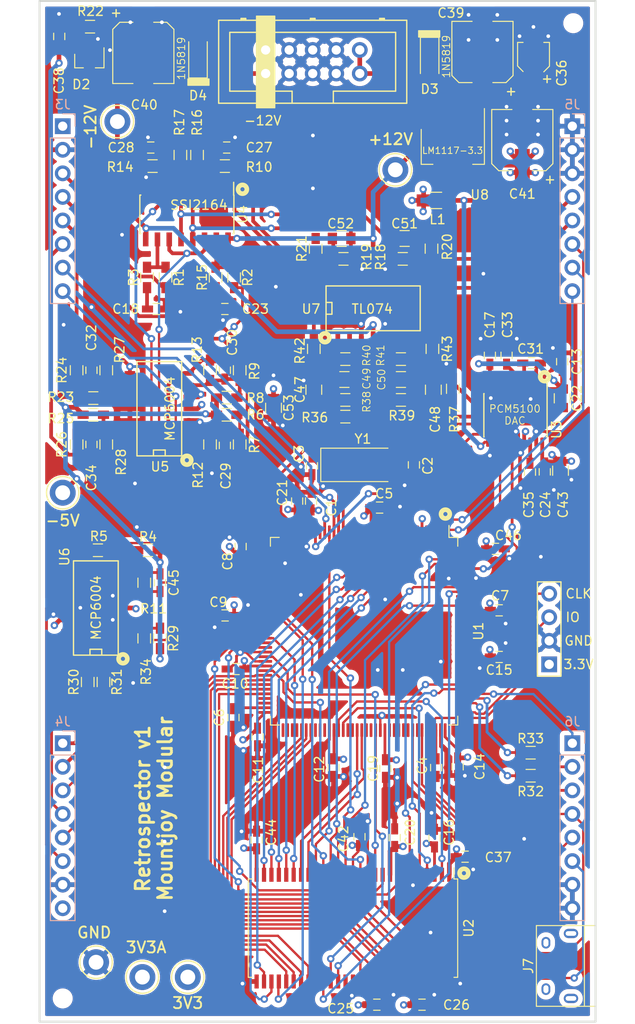
<source format=kicad_pcb>
(kicad_pcb (version 20221018) (generator pcbnew)
  (layers (0 "F.Cu" signal) (1 "In1.Cu" power "Ground.Fill") (2 "In2.Cu" power "Power.Rails") (31 "B.Cu" signal) (34 "B.Paste" user) (35 "F.Paste" user) (36 "B.SilkS" user "B.Silkscreen") (37 "F.SilkS" user "F.Silkscreen") (38 "B.Mask" user) (39 "F.Mask" user) (44 "Edge.Cuts" user))
  (net 0 "")
  (net 1 "GND")
  (net 2 "Net-(C2-Pad1)")
  (net 3 "Net-(C3-Pad1)")
  (net 4 "VCC")
  (net 5 "VEE")
  (net 6 "AREF_-5")
  (net 7 "-12V")
  (net 8 "+12V")
  (net 9 "+3.3VA")
  (net 10 "Net-(U1-Pad3)")
  (net 11 "Net-(U1-Pad4)")
  (net 12 "Net-(U1-Pad28)")
  (net 13 "Net-(C23-Pad1)")
  (net 14 "Net-(C27-Pad1)")
  (net 15 "Net-(C28-Pad1)")
  (net 16 "Net-(C31-Pad1)")
  (net 17 "Net-(C31-Pad2)")
  (net 18 "Net-(C32-Pad2)")
  (net 19 "Net-(C33-Pad1)")
  (net 20 "Net-(C34-Pad2)")
  (net 21 "Net-(C35-Pad2)")
  (net 22 "Net-(U1-Pad9)")
  (net 23 "Net-(U1-Pad20)")
  (net 24 "Net-(U1-Pad21)")
  (net 25 "+3V3")
  (net 26 "Net-(C4-Pad1)")
  (net 27 "Net-(C6-Pad1)")
  (net 28 "Net-(C18-Pad1)")
  (net 29 "/AUDIO_IN_L")
  (net 30 "Net-(C29-Pad2)")
  (net 31 "/AUDIO_IN_R")
  (net 32 "Net-(C30-Pad2)")
  (net 33 "/DELAY_CV_SCALED_L")
  (net 34 "/DELAY_CV_SCALED_R")
  (net 35 "/FEEDBACK_CV_SCALED")
  (net 36 "Net-(C45-Pad2)")
  (net 37 "Net-(C47-Pad1)")
  (net 38 "Net-(C48-Pad1)")
  (net 39 "Net-(C49-Pad1)")
  (net 40 "Net-(C49-Pad2)")
  (net 41 "Net-(C50-Pad1)")
  (net 42 "Net-(C50-Pad2)")
  (net 43 "Net-(C51-Pad1)")
  (net 44 "/DRY_OUT_L")
  (net 45 "Net-(C52-Pad1)")
  (net 46 "/DRY_OUT_R")
  (net 47 "/SWIO")
  (net 48 "/SWCLK")
  (net 49 "/DELAY_CHORUS")
  (net 50 "/MODE1")
  (net 51 "/MODE2")
  (net 52 "/USB_VBUS")
  (net 53 "/USB_DM")
  (net 54 "/USB_DP")
  (net 55 "/EXT_AUDIO_IN_L")
  (net 56 "/EXT_AUDIO_IN_R")
  (net 57 "/RESET")
  (net 58 "/EXT_AUDIO_OUT_L")
  (net 59 "/EXT_AUDIO_OUT_R")
  (net 60 "/CLOCK")
  (net 61 "/DELAY_CV_L")
  (net 62 "/DELAY_POT_L")
  (net 63 "/DELAY_CV_R")
  (net 64 "/DELAY_POT_R")
  (net 65 "/MIX_POT")
  (net 66 "/MIX_CV")
  (net 67 "/FEEDBACK_CV")
  (net 68 "/FEEDBACK_POT")
  (net 69 "/LED1")
  (net 70 "/LED2")
  (net 71 "Net-(R1-Pad1)")
  (net 72 "Net-(R15-Pad2)")
  (net 73 "Net-(R10-Pad1)")
  (net 74 "/DAC_OUT_AMP_L")
  (net 75 "Net-(R14-Pad1)")
  (net 76 "/DAC_OUT_AMP_R")
  (net 77 "Net-(R29-Pad1)")
  (net 78 "/WET_DRY_MIX")
  (net 79 "/DAC_OUT_L")
  (net 80 "/DAC_OUT_R")
  (net 81 "/FMC_~{BL1}")
  (net 82 "/FMC_~{BL0}")
  (net 83 "/DAC_LRCLK")
  (net 84 "Net-(U1-Pad139)")
  (net 85 "Net-(U1-Pad137)")
  (net 86 "/FMC_SD~{E1}")
  (net 87 "/FMC_SDCKE1")
  (net 88 "Net-(U1-Pad134)")
  (net 89 "Net-(U1-Pad133)")
  (net 90 "/FMC_~{CAS}")
  (net 91 "Net-(U1-Pad129)")
  (net 92 "Net-(U1-Pad128)")
  (net 93 "Net-(U1-Pad127)")
  (net 94 "Net-(U1-Pad126)")
  (net 95 "Net-(U1-Pad125)")
  (net 96 "Net-(U1-Pad124)")
  (net 97 "Net-(U1-Pad123)")
  (net 98 "Net-(U1-Pad122)")
  (net 99 "Net-(U1-Pad119)")
  (net 100 "Net-(U1-Pad118)")
  (net 101 "Net-(U1-Pad116)")
  (net 102 "/FMC_D3")
  (net 103 "/FMC_D2")
  (net 104 "Net-(U1-Pad110)")
  (net 105 "Net-(U1-Pad102)")
  (net 106 "Net-(U1-Pad100)")
  (net 107 "Net-(U1-Pad99)")
  (net 108 "Net-(U1-Pad96)")
  (net 109 "/FMC_SDCLK")
  (net 110 "Net-(U1-Pad92)")
  (net 111 "Net-(U1-Pad91)")
  (net 112 "/FMC_BA1")
  (net 113 "/FMC_BA0")
  (net 114 "Net-(U1-Pad88)")
  (net 115 "Net-(U1-Pad87)")
  (net 116 "/FMC_D1")
  (net 117 "/FMC_D0")
  (net 118 "Net-(U1-Pad82)")
  (net 119 "Net-(U1-Pad81)")
  (net 120 "Net-(U1-Pad80)")
  (net 121 "/FMC_D15")
  (net 122 "/FMC_D14")
  (net 123 "/FMC_D13")
  (net 124 "/DAC_DATA")
  (net 125 "Net-(U1-Pad75)")
  (net 126 "Net-(U1-Pad74)")
  (net 127 "Net-(U1-Pad73)")
  (net 128 "Net-(U1-Pad70)")
  (net 129 "/DAC_BCLK")
  (net 130 "/FMC_D12")
  (net 131 "/FMC_D11")
  (net 132 "/FMC_D10")
  (net 133 "/FMC_D9")
  (net 134 "/FMC_D8")
  (net 135 "/FMC_D7")
  (net 136 "/FMC_D6")
  (net 137 "/FMC_D5")
  (net 138 "/FMC_D4")
  (net 139 "/FMC_A11")
  (net 140 "/FMC_A10")
  (net 141 "/FMC_A9")
  (net 142 "/FMC_A8")
  (net 143 "/FMC_A7")
  (net 144 "/FMC_A6")
  (net 145 "/FMC_~{RAS}")
  (net 146 "Net-(U1-Pad48)")
  (net 147 "/MIX_WET_CTL")
  (net 148 "/MIX_DRY_CTL")
  (net 149 "/FMC_SD~{WE}")
  (net 150 "Net-(U1-Pad22)")
  (net 151 "Net-(U1-Pad19)")
  (net 152 "Net-(U1-Pad18)")
  (net 153 "/FMC_A5")
  (net 154 "/FMC_A4")
  (net 155 "/FMC_A3")
  (net 156 "/FMC_A2")
  (net 157 "/FMC_A1")
  (net 158 "/FMC_A0")
  (net 159 "Net-(U1-Pad8)")
  (net 160 "Net-(U1-Pad7)")
  (net 161 "Net-(U1-Pad5)")
  (net 162 "/CLOCK_SCALED")
  (net 163 "Net-(U6-Pad13)")
  (net 164 "Net-(U4-Pad1)")
  (net 165 "Net-(U2-Pad40)")
  (net 166 "Net-(U2-Pad36)")
  (net 167 "Net-(U1-Pad76)")
  (net 168 "Net-(U1-Pad69)")
  (net 169 "Net-(U1-Pad98)")
  (net 170 "Net-(U1-Pad97)")
  (net 171 "Net-(R32-Pad2)")
  (net 172 "Net-(R33-Pad2)")
  (net 173 "/TONE_POT")
  (net 174 "Net-(J7-Pad4)")
  (net 175 "Net-(J7-Pad6)")
  (footprint "Capacitors_SMD:C_0603_HandSoldering" (layer "F.Cu") (at 129.3 103.9 -90)
    (fp_text reference "C1")
    (fp_text value "100nF")
  )
  (footprint "Capacitors_SMD:C_0603_HandSoldering" (layer "F.Cu") (at 140.4 100 -90)
    (fp_text reference "C2")
    (fp_text value "30pF")
  )
  (footprint "Capacitors_SMD:C_0603_HandSoldering" (layer "F.Cu") (at 129.4 100.1 -90)
    (fp_text reference "C3")
    (fp_text value "30pF")
  )
  (footprint "Capacitors_SMD:C_0603_HandSoldering" (layer "F.Cu") (at 142.8 132.625 -90)
    (fp_text reference "C4")
    (fp_text value "2.2uF")
  )
  (footprint "Capacitors_SMD:C_0603_HandSoldering" (layer "F.Cu") (at 136.7 104.6 180)
    (fp_text reference "C5")
    (fp_text value "100nF")
  )
  (footprint "Capacitors_SMD:C_0603_HandSoldering" (layer "F.Cu") (at 120.925 127.225 -90)
    (fp_text reference "C6")
    (fp_text value "2.2uF")
  )
  (footprint "Capacitors_SMD:C_0603_HandSoldering" (layer "F.Cu") (at 121.7 108.8 -90)
    (fp_text reference "C8")
    (fp_text value "100nF")
  )
  (footprint "Capacitors_SMD:C_0603_HandSoldering" (layer "F.Cu") (at 120.025 116.225)
    (fp_text reference "C9")
    (fp_text value "100nF")
  )
  (footprint "Capacitors_SMD:C_0603_HandSoldering" (layer "F.Cu") (at 121.2 122)
    (fp_text reference "C10")
    (fp_text value "100nF")
  )
  (footprint "Capacitors_SMD:C_0603_HandSoldering" (layer "F.Cu") (at 123.525 129.325 90)
    (fp_text reference "C11")
    (fp_text value "100nF")
  )
  (footprint "Capacitors_SMD:C_0603_HandSoldering" (layer "F.Cu") (at 131.725 132.625 90)
    (fp_text reference "C12")
    (fp_text value "100nF")
  )
  (footprint "Capacitors_SMD:C_0603_HandSoldering" (layer "F.Cu") (at 156.4 88.875 90)
    (fp_text reference "C13")
    (fp_text value "100nF")
  )
  (footprint "Capacitors_SMD:C_0603_HandSoldering" (layer "F.Cu") (at 149.6 120.7 180)
    (fp_text reference "C15")
    (fp_text value "100nF")
  )
  (footprint "Capacitors_SMD:C_0603_HandSoldering" (layer "F.Cu") (at 142.625 140.225 -90)
    (fp_text reference "C16")
    (fp_text value "100nF")
  )
  (footprint "Capacitors_SMD:C_0603_HandSoldering" (layer "F.Cu") (at 148.6 88.2 90)
    (fp_text reference "C17")
    (fp_text value "100nF")
  )
  (footprint "Capacitors_SMD:C_0603_HandSoldering" (layer "F.Cu") (at 112.6 83.2)
    (fp_text reference "C18")
    (fp_text value "560pF")
  )
  (footprint "Capacitors_SMD:C_0603_HandSoldering" (layer "F.Cu") (at 138.325 140.175 -90)
    (fp_text reference "C20")
    (fp_text value "100nF")
  )
  (footprint "Capacitors_SMD:C_0603_HandSoldering" (layer "F.Cu") (at 127.8 103.9 -90)
    (fp_text reference "C21")
    (fp_text value "100nF")
  )
  (footprint "Capacitors_SMD:C_0805" (layer "F.Cu") (at 156.4 92.825 -90)
    (fp_text reference "C22")
    (fp_text value "10uF")
  )
  (footprint "Capacitors_SMD:C_0603_HandSoldering" (layer "F.Cu") (at 120 83.2)
    (fp_text reference "C23")
    (fp_text value "560pF")
  )
  (footprint "Capacitors_SMD:C_0603_HandSoldering" (layer "F.Cu") (at 154.525 100.75 -90)
    (fp_text reference "C24")
    (fp_text value "100nF")
  )
  (footprint "Capacitors_SMD:C_0603_HandSoldering" (layer "F.Cu") (at 136.4 158.175 180)
    (fp_text reference "C25")
    (fp_text value "100nF")
  )
  (footprint "Capacitors_SMD:C_0603_HandSoldering" (layer "F.Cu") (at 141.275 158.175 180)
    (fp_text reference "C26")
    (fp_text value "100nF")
  )
  (footprint "Capacitors_SMD:C_0603_HandSoldering" (layer "F.Cu") (at 120.2 65.8)
    (fp_text reference "C27")
    (fp_text value "560pF")
  )
  (footprint "Capacitors_SMD:C_0603_HandSoldering" (layer "F.Cu") (at 112 65.8 180)
    (fp_text reference "C28")
    (fp_text value "560pF")
  )
  (footprint "Capacitors_SMD:C_0603_HandSoldering" (layer "F.Cu") (at 120 97.9 90)
    (fp_text reference "C29")
    (fp_text value "1.5nF")
  )
  (footprint "Capacitors_SMD:C_0603_HandSoldering" (layer "F.Cu") (at 120 89.8 -90)
    (fp_text reference "C30")
    (fp_text value "1.5nF")
  )
  (footprint "Capacitors_SMD:C_0603_HandSoldering" (layer "F.Cu") (at 153.1 89.025 180)
    (fp_text reference "C31")
    (fp_text value "2.2uF")
  )
  (footprint "Capacitors_SMD:C_0603_HandSoldering" (layer "F.Cu") (at 150.4 88.2 90)
    (fp_text reference "C33")
    (fp_text value "2.2uF")
  )
  (footprint "Capacitors_SMD:C_0603_HandSoldering" (layer "F.Cu") (at 105.6 97.8 90)
    (fp_text reference "C34")
    (fp_text value "1.5nF")
  )
  (footprint "Capacitors_SMD:C_0603_HandSoldering" (layer "F.Cu") (at 152.925 100.775 90)
    (fp_text reference "C35")
    (fp_text value "100nF")
  )
  (footprint "Capacitors_SMD:CP_Elec_3x5.3" (layer "F.Cu") (at 153.3 56.2 90)
    (fp_text reference "C36")
    (fp_text value "10uF")
  )
  (footprint "Capacitors_SMD:C_0603_HandSoldering" (layer "F.Cu") (at 145.925 142.225 180)
    (fp_text reference "C37")
    (fp_text value "100nF")
  )
  (footprint "Capacitors_SMD:C_0603_HandSoldering" (layer "F.Cu") (at 102.125 53.825 90)
    (fp_text reference "C38")
    (fp_text value "100nF")
  )
  (footprint "Capacitors_SMD:CP_Elec_6.3x5.3" (layer "F.Cu") (at 147.8 55.5 90)
    (fp_text reference "C39")
    (fp_text value "22uF")
  )
  (footprint "Capacitors_SMD:CP_Elec_6.3x5.3" (layer "F.Cu") (at 111.2 55.6 -90)
    (fp_text reference "C40")
    (fp_text value "22uF")
  )
  (footprint "Capacitors_SMD:CP_Elec_6.3x7.7" (layer "F.Cu") (at 152.1 65 90)
    (fp_text reference "C41")
    (fp_text value "47uF")
  )
  (footprint "Capacitors_SMD:C_0603_HandSoldering" (layer "F.Cu") (at 134.525 140.075 -90)
    (fp_text reference "C42")
    (fp_text value "100nF")
  )
  (footprint "Capacitors_SMD:C_0805" (layer "F.Cu") (at 156.225 100.625 -90)
    (fp_text reference "C43")
    (fp_text value "10uF")
  )
  (footprint "Capacitors_SMD:C_0603_HandSoldering" (layer "F.Cu") (at 123.425 140.425 -90)
    (fp_text reference "C44")
    (fp_text value "100nF")
  )
  (footprint "Capacitors_SMD:C_0603_HandSoldering" (layer "F.Cu") (at 113 112.7 -90)
    (fp_text reference "C45")
    (fp_text value "1.5nF")
  )
  (footprint "Capacitors_SMD:C_0805" (layer "F.Cu") (at 129.6 91.9 90)
    (fp_text reference "C47")
    (fp_text value "1nF")
  )
  (footprint "Capacitors_SMD:C_0805" (layer "F.Cu") (at 142.5 91.9 90)
    (fp_text reference "C48")
    (fp_text value "1nF")
  )
  (footprint "Capacitors_SMD:C_0805" (layer "F.Cu") (at 132.9 90.8)
    (fp_text reference "C49")
    (fp_text value "100pF")
  )
  (footprint "Capacitors_SMD:C_0805" (layer "F.Cu") (at 139 90.8 180)
    (fp_text reference "C50")
    (fp_text value "100pF")
  )
  (footprint "Capacitors_SMD:C_0805" (layer "F.Cu") (at 139.4 75.6 180)
    (fp_text reference "C51")
    (fp_text value "100pF")
  )
  (footprint "Capacitors_SMD:C_0805" (layer "F.Cu") (at 132.6 75.6)
    (fp_text reference "C52")
    (fp_text value "100pF")
  )
  (footprint "TO_SOT_Packages_SMD:SOT-23" (layer "F.Cu") (at 105.375 56.45 -90)
    (fp_text reference "D2")
    (fp_text value "LM4040DBZ-5")
  )
  (footprint "Diodes_SMD:D_SOD-123" (layer "F.Cu") (at 142.1 56.175 -90)
    (fp_text reference "D3")
    (fp_text value "1N5819")
  )
  (footprint "Diodes_SMD:D_SOD-123" (layer "F.Cu") (at 117.1 56.05 90)
    (fp_text reference "D4")
    (fp_text value "1N5819")
  )
  (footprint "Custom_Footprints:SWD_header" (layer "F.Cu") (at 155 121.5 90)
    (fp_text reference "J1" hide)
    (fp_text value "SWD_Header")
  )
  (footprint "Custom_Footprints:Eurorack_10_pin_header" (layer "F.Cu") (at 124.4 57.825)
    (fp_text reference "J2" hide)
    (fp_text value "Eurorack_10_pin_power")
  )
  (footprint "Inductors_SMD:L_0805_HandSoldering" (layer "F.Cu") (at 142.8 71.5)
    (fp_text reference "L1")
    (fp_text value "L")
  )
  (footprint "Resistors_SMD:R_0603_HandSoldering" (layer "F.Cu") (at 113.6 79.8 -90)
    (fp_text reference "R1")
    (fp_text value "30k")
  )
  (footprint "Resistors_SMD:R_0603_HandSoldering" (layer "F.Cu") (at 121 79.8 -90)
    (fp_text reference "R2")
    (fp_text value "30k")
  )
  (footprint "Resistors_SMD:R_0603_HandSoldering" (layer "F.Cu") (at 111.6 79.8 90)
    (fp_text reference "R3")
    (fp_text value "510R")
  )
  (footprint "Resistors_SMD:R_0603_HandSoldering" (layer "F.Cu") (at 111.7 109.2)
    (fp_text reference "R4")
    (fp_text value "91k")
  )
  (footprint "Resistors_SMD:R_0603_HandSoldering" (layer "F.Cu") (at 106.3 109.2 180)
    (fp_text reference "R5")
    (fp_text value "100k")
  )
  (footprint "Resistors_SMD:R_0603_HandSoldering" (layer "F.Cu") (at 120.2 94.6 180)
    (fp_text reference "R6")
    (fp_text value "20k")
  )
  (footprint "Resistors_SMD:R_0603_HandSoldering" (layer "F.Cu") (at 121.6 97.8 -90)
    (fp_text reference "R7")
    (fp_text value "47k")
  )
  (footprint "Resistors_SMD:R_0603_HandSoldering" (layer "F.Cu") (at 120.2 92.75 180)
    (fp_text reference "R8")
    (fp_text value "20k")
  )
  (footprint "Resistors_SMD:R_0603_HandSoldering" (layer "F.Cu") (at 121.6 89.8 90)
    (fp_text reference "R9")
    (fp_text value "47k")
  )
  (footprint "Resistors_SMD:R_0603_HandSoldering" (layer "F.Cu") (at 120 67.8)
    (fp_text reference "R10")
    (fp_text value "30k")
  )
  (footprint "Resistors_SMD:R_0603_HandSoldering" (layer "F.Cu") (at 111.3 112.7 -90)
    (fp_text reference "R11")
    (fp_text value "56k")
  )
  (footprint "Resistors_SMD:R_0603_HandSoldering" (layer "F.Cu") (at 118.4 97.8 90)
    (fp_text reference "R12")
    (fp_text value "6k8")
  )
  (footprint "Resistors_SMD:R_0603_HandSoldering" (layer "F.Cu") (at 118.4 89.8 -90)
    (fp_text reference "R13")
    (fp_text value "6k8")
  )
  (footprint "Resistors_SMD:R_0603_HandSoldering" (layer "F.Cu") (at 112.2 67.8 180)
    (fp_text reference "R14")
    (fp_text value "30k")
  )
  (footprint "Resistors_SMD:R_0603_HandSoldering" (layer "F.Cu") (at 119 79.8 90)
    (fp_text reference "R15")
    (fp_text value "510R")
  )
  (footprint "Resistors_SMD:R_0603_HandSoldering" (layer "F.Cu") (at 117 66.6 -90)
    (fp_text reference "R16")
    (fp_text value "510R")
  )
  (footprint "Resistors_SMD:R_0603_HandSoldering" (layer "F.Cu") (at 115.2 66.6 -90)
    (fp_text reference "R17")
    (fp_text value "510R")
  )
  (footprint "Resistors_SMD:R_0603_HandSoldering" (layer "F.Cu") (at 139.2 77.8 180)
    (fp_text reference "R18")
    (fp_text value "30k")
  )
  (footprint "Resistors_SMD:R_0603_HandSoldering" (layer "F.Cu") (at 132.8 77.8)
    (fp_text reference "R19")
    (fp_text value "30k")
  )
  (footprint "Resistors_SMD:R_0603_HandSoldering" (layer "F.Cu") (at 142.3 76.7 90)
    (fp_text reference "R20")
    (fp_text value "1k")
  )
  (footprint "Resistors_SMD:R_0603_HandSoldering" (layer "F.Cu") (at 129.8 76.7 90)
    (fp_text reference "R21")
    (fp_text value "1k")
  )
  (footprint "Resistors_SMD:R_0603_HandSoldering" (layer "F.Cu") (at 105.45 52.775 180)
    (fp_text reference "R22")
    (fp_text value "2k2")
  )
  (footprint "Resistors_SMD:R_0603_HandSoldering" (layer "F.Cu") (at 105.8 92.8 180)
    (fp_text reference "R23")
    (fp_text value "68k")
  )
  (footprint "Resistors_SMD:R_0603_HandSoldering" (layer "F.Cu") (at 104 89.8 90)
    (fp_text reference "R24")
    (fp_text value "100k")
  )
  (footprint "Resistors_SMD:R_0603_HandSoldering" (layer "F.Cu") (at 105.8 94.6 180)
    (fp_text reference "R25")
    (fp_text value "68k")
  )
  (footprint "Resistors_SMD:R_0603_HandSoldering" (layer "F.Cu") (at 104 97.8 -90)
    (fp_text reference "R26")
    (fp_text value "100k")
  )
  (footprint "Resistors_SMD:R_0603_HandSoldering" (layer "F.Cu") (at 107.2 89.8 -90)
    (fp_text reference "R27")
    (fp_text value "47k")
  )
  (footprint "Resistors_SMD:R_0603_HandSoldering" (layer "F.Cu") (at 107.2 97.8 90)
    (fp_text reference "R28")
    (fp_text value "47k")
  )
  (footprint "Resistors_SMD:R_0603_HandSoldering" (layer "F.Cu") (at 113 118.7 -90)
    (fp_text reference "R29")
    (fp_text value "75k")
  )
  (footprint "Resistors_SMD:R_0603_HandSoldering" (layer "F.Cu") (at 106.9 123.4 -90)
    (fp_text reference "R31")
    (fp_text value "47k")
  )
  (footprint "Resistors_SMD:R_0603_HandSoldering" (layer "F.Cu") (at 111.3 118.7 90)
    (fp_text reference "R34")
    (fp_text value "47k")
  )
  (footprint "Resistors_SMD:R_0603_HandSoldering" (layer "F.Cu") (at 144.6 91.8 90)
    (fp_text reference "R37")
    (fp_text value "2k2")
  )
  (footprint "Resistors_SMD:R_0603_HandSoldering" (layer "F.Cu") (at 133 93)
    (fp_text reference "R38")
    (fp_text value "10k")
  )
  (footprint "Resistors_SMD:R_0603_HandSoldering" (layer "F.Cu") (at 139 93)
    (fp_text reference "R39")
    (fp_text value "10k")
  )
  (footprint "Resistors_SMD:R_0603_HandSoldering" (layer "F.Cu") (at 133 88.6)
    (fp_text reference "R40")
    (fp_text value "33k")
  )
  (footprint "Resistors_SMD:R_0603_HandSoldering" (layer "F.Cu") (at 139 88.6 180)
    (fp_text reference "R41")
    (fp_text value "33k")
  )
  (footprint "Resistors_SMD:R_0603_HandSoldering" (layer "F.Cu") (at 142.4 87.5 -90)
    (fp_text reference "R43")
    (fp_text value "1k")
  )
  (footprint "Custom_Footprints:SSOP-20_4.4x6.5mm_Pitch0.65mm_Round_Pads" (layer "F.Cu") (at 151.325 94.65 -90)
    (fp_text reference "U3")
    (fp_text value "PCM5100APW" hide)
  )
  (footprint "SMD_Packages:SOIC-14_N" (layer "F.Cu") (at 112.8 93.95 90)
    (fp_text reference "U5")
    (fp_text value "MCP6004")
  )
  (footprint "SMD_Packages:SOIC-14_N" (layer "F.Cu") (at 105.95 115.425 90)
    (fp_text reference "U6")
    (fp_text value "MCP6004")
  )
  (footprint "SMD_Packages:SOIC-14_N" (layer "F.Cu") (at 136 83)
    (fp_text reference "U7")
    (fp_text value "TL074")
  )
  (footprint "TO_SOT_Packages_SMD:SOT-223" (layer "F.Cu") (at 144.6 65.7 -90)
    (fp_text reference "U8")
    (fp_text value "LM1117-3.3")
  )
  (footprint "Crystals:Crystal_SMD_5032-2pin_5.0x3.2mm_HandSoldering" (layer "F.Cu") (at 134.9 100)
    (fp_text reference "Y1")
    (fp_text value "8MHz 20pF")
  )
  (footprint "Housings_SOIC:SOIC-16_3.9x9.9mm_Pitch1.27mm" (layer "F.Cu") (at 115.9 73 -90)
    (fp_text reference "U4")
    (fp_text value "SSI2164")
  )
  (footprint "Capacitors_SMD:C_0603_HandSoldering" (layer "F.Cu") (at 137.325 132.725 90)
    (fp_text reference "C19")
    (fp_text value "100nF")
  )
  (footprint "Capacitors_SMD:C_0603_HandSoldering" (layer "F.Cu") (at 105.6 89.8 -90)
    (fp_text reference "C32")
    (fp_text value "1.5nF")
  )
  (footprint "Package_QFP:LQFP-144_20x20mm_P0.5mm" (layer "F.Cu") (at 135.025 117.925 -90)
    (fp_text reference "U1")
    (fp_text value "STM32H743ZITx")
  )
  (footprint "Capacitors_SMD:C_0603_HandSoldering" (layer "F.Cu") (at 149.6 115.675 180)
    (fp_text reference "C7")
    (fp_text value "100nF")
  )
  (footprint "Capacitors_SMD:C_0603_HandSoldering" (layer "F.Cu") (at 149.2 109.05 180)
    (fp_text reference "C46")
    (fp_text value "100nF")
  )
  (footprint "Resistors_SMD:R_0603_HandSoldering" (layer "F.Cu") (at 105.2 123.4 -90)
    (fp_text reference "R30")
    (fp_text value "91k")
  )
  (footprint "Custom_Footprints:TSOP-II-54_22.2x10.16mm_P0.8mm" (layer "F.Cu") (at 133.825 149.925 -90)
    (fp_text reference "U2")
    (fp_text value "IS42S16400J-xC")
  )
  (footprint "Capacitors_SMD:C_0603_HandSoldering" (layer "F.Cu") (at 145.125 132.525 90)
    (fp_text reference "C14")
    (fp_text value "100nF")
  )
  (footprint "Measurement_Points:Test_Point_Keystone_5005-5009_Compact" (layer "F.Cu") (at 106.1 153.6)
    (fp_text reference "TP1" hide)
    (fp_text value "TestPoint")
  )
  (footprint "Measurement_Points:Test_Point_Keystone_5005-5009_Compact" (layer "F.Cu") (at 116 155.2)
    (fp_text reference "TP2" hide)
    (fp_text value "TestPoint")
  )
  (footprint "Measurement_Points:Test_Point_Keystone_5005-5009_Compact" (layer "F.Cu") (at 111.1 155.2)
    (fp_text reference "TP3" hide)
    (fp_text value "TestPoint")
  )
  (footprint "Measurement_Points:Test_Point_Keystone_5005-5009_Compact" (layer "F.Cu") (at 102.5 103)
    (fp_text reference "TP4" hide)
    (fp_text value "TestPoint")
  )
  (footprint "Measurement_Points:Test_Point_Keystone_5005-5009_Compact" (layer "F.Cu") (at 138.4 68.2)
    (fp_text reference "TP5" hide)
    (fp_text value "TestPoint")
  )
  (footprint "Measurement_Points:Test_Point_Keystone_5005-5009_Compact" (layer "F.Cu") (at 108.4 63)
    (fp_text reference "TP6" hide)
    (fp_text value "TestPoint")
  )
  (footprint "Resistors_SMD:R_0603_HandSoldering" (layer "F.Cu") (at 153 133.5 180)
    (fp_text reference "R32")
    (fp_text value "330R")
  )
  (footprint "Resistors_SMD:R_0603_HandSoldering" (layer "F.Cu") (at 153 131.02 180)
    (fp_text reference "R33")
    (fp_text value "330R")
  )
  (footprint "Resistors_SMD:R_0603_HandSoldering" (layer "F.Cu") (at 133 94.8)
    (fp_text reference "R36")
    (fp_text value "2k2")
  )
  (footprint "Resistors_SMD:R_0603_HandSoldering" (layer "F.Cu") (at 129.6 87.5 -90)
    (fp_text reference "R42")
    (fp_text value "1k")
  )
  (footprint "Custom_Footprints:USB_Micro-B_Amphenol" (layer "F.Cu") (at 156 154 90)
    (fp_text reference "J7")
    (fp_text value "USB_B_Micro")
  )
  (footprint "Custom_Footprints:JLC_SMT_Tooling_Hole" (layer "F.Cu") (at 102.5 157.5)
    (fp_text reference "H2" hide)
    (fp_text value "JLC_Tooling_Hole" hide)
  )
  (footprint "Capacitors_SMD:C_0805" (layer "F.Cu") (at 125.25 93.85 -90)
    (fp_text reference "C53")
    (fp_text value "10uF")
  )
  (footprint "Custom_Footprints:JLC_SMT_Tooling_Hole" (layer "F.Cu") (at 157.6 52.4)
    (fp_text reference "H1" hide)
    (fp_text value "JLC_Tooling_Hole" hide)
  )
  (footprint "Pin_Headers:Pin_Header_Straight_1x08_Pitch2.54mm" (layer "B.Cu") (at 102.5 63.5 180)
    (fp_text reference "J3")
    (fp_text value "Conn_01x08_Male")
  )
  (footprint "Pin_Headers:Pin_Header_Straight_1x08_Pitch2.54mm" (layer "B.Cu") (at 102.5 130 180)
    (fp_text reference "J4")
    (fp_text value "Conn_01x08_Male")
  )
  (footprint "Pin_Headers:Pin_Header_Straight_1x08_Pitch2.54mm" (layer "B.Cu") (at 157.5 130 180)
    (fp_text reference "J6")
    (fp_text value "Conn_01x08_Male")
  )
  (footprint "Pin_Headers:Pin_Header_Straight_1x08_Pitch2.54mm" (layer "B.Cu") (at 157.5 63.5 180)
    (fp_text reference "J5")
    (fp_text value "Conn_01x08_Male")
  )
  (gr_poly (pts (xy 143.2 53.9) (xy 140.9 53.9) (xy 140.9 53.2) (xy 143.2 53.2)) (stroke (width 0.1)) (fill solid) (layer "F.SilkS"))
  (gr_circle (center 115.9 99.5) (end 116.1 99.6) (stroke (width 0.5)) (fill none) (layer "F.SilkS"))
  (gr_circle (center 109 120.9) (end 109.2 121) (stroke (width 0.5)) (fill none) (layer "F.SilkS"))
  (gr_circle (center 143.8 105.3) (end 144 105.4) (stroke (width 0.5)) (fill none) (layer "F.SilkS"))
  (gr_circle (center 154.5 90.5) (end 154.7 90.6) (stroke (width 0.5)) (fill none) (layer "F.SilkS"))
  (gr_circle (center 130.8 86.3) (end 131 86.4) (stroke (width 0.5)) (fill none) (layer "F.SilkS"))
  (gr_circle (center 145.8 144) (end 146 144.1) (stroke (width 0.5)) (fill none) (layer "F.SilkS"))
  (gr_circle (center 121.9 70.3) (end 122.1 70.4) (stroke (width 0.5)) (fill none) (layer "F.SilkS"))
  (gr_poly (pts (xy 118.3 59.1) (xy 116 59.1) (xy 116 58.4) (xy 118.3 58.4)) (stroke (width 0.1)) (fill solid) (layer "F.SilkS"))
  (gr_line (start 100 160) (end 160 160) (stroke (width 0.2)) (layer "Edge.Cuts"))
  (gr_line (start 160 50) (end 160 160) (stroke (width 0.2)) (layer "Edge.Cuts"))
  (gr_line (start 100 50) (end 160 50) (stroke (width 0.2)) (layer "Edge.Cuts"))
  (gr_line (start 100 50) (end 100 160) (stroke (width 0.2)) (layer "Edge.Cuts"))
  (gr_text "-12V" (at 105.5 63.6 90) (layer "F.SilkS") (effects (font (size 1.2 1.2) (thickness 0.2))))
  (gr_text "+12V" (at 137.9 64.9) (layer "F.SilkS") (effects (font (size 1.2 1.2) (thickness 0.2))))
  (gr_text "-5V" (at 102.5 106) (layer "F.SilkS") (effects (font (size 1.2 1.2) (thickness 0.2))))
  (gr_text "GND" (at 105.9 150.4) (layer "F.SilkS") (effects (font (size 1.2 1.2) (thickness 0.2))))
  (gr_text "3V3A" (at 111.5 152) (layer "F.SilkS") (effects (font (size 1.2 1.2) (thickness 0.2))))
  (gr_text "3V3" (at 116 158) (layer "F.SilkS") (effects (font (size 1.2 1.2) (thickness 0.2))))
  (gr_text "PCM5100\nDAC" (at 151.3 94.6) (layer "F.SilkS") (effects (font (size 0.8 0.8) (thickness 0.1))))
  (gr_text "Retrospector v1\nMountjoy Modular" (at 112.35 137.05 90) (layer "F.SilkS") (effects (font (size 1.5 1.5) (thickness 0.3))))
  (segment (start 120.475 122) (end 120.25 122) (width 0.3) (layer "F.Cu") (net 1))
  (segment (start 124.3625 121.175) (end 123.248002 121.175) (width 0.25) (layer "F.Cu") (net 1))
  (segment (start 142.5 90.9) (end 142.5 90.5) (width 0.4) (layer "F.Cu") (net 1))
  (segment (start 137.3 78.9) (end 137.3 79.922) (width 0.25) (layer "F.Cu") (net 1))
  (segment (start 146.775 121.175) (end 147.5 121.9) (width 0.3) (layer "F.Cu") (net 1))
  (segment (start 102.175 115.425) (end 101.5 116.1) (width 0.4) (layer "F.Cu") (net 1))
  (segment (start 139.4 101.95) (end 140.4 100.95) (width 0.5) (layer "F.Cu") (net 1))
  (segment (start 142.625 157.075) (end 142.6 157.1) (width 0.5) (layer "F.Cu") (net 1))
  (segment (start 136.775 127.175) (end 136.95 127) (width 0.25) (layer "F.Cu") (net 1))
  (segment (start 157.375 101.625) (end 157.4 101.6) (width 0.5) (layer "F.Cu") (net 1))
  (segment (start 154.65 152.7) (end 155.7 152.7) (width 0.4) (layer "F.Cu") (net 1))
  (segment (start 116.102 95.22) (end 117.12 95.22) (width 0.5) (layer "F.Cu") (net 1))
  (segment (start 151.65 97.55) (end 151.65 96.65) (width 0.4) (layer "F.Cu") (net 1))
  (segment (start 149.05 91.75) (end 149.05 92.45) (width 0.3) (layer "F.Cu") (net 1))
  (segment (start 154.65 152.7) (end 153.4 152.7) (width 0.4) (layer "F.Cu") (net 1))
  (segment (start 142.6 157.1) (end 142.6 157.8) (width 0.5) (layer "F.Cu") (net 1))
  (segment (start 144.399999 131.469997) (end 144.399999 133.424999) (width 0.3) (layer "F.Cu") (net 1))
  (segment (start 124.3625 109.675) (end 125.775 109.675) (width 0.3) (layer "F.Cu") (net 1))
  (segment (start 116.102 92.68) (end 117.12 92.68) (width 0.5) (layer "F.Cu") (net 1))
  (segment (start 145.125 133.475) (end 145.875 133.475) (width 0.5) (layer "F.Cu") (net 1))
  (segment (start 120.95 83.25) (end 119.8 84.4) (width 0.5) (layer "F.Cu") (net 1))
  (segment (start 134.525 139.525) (end 134.7 139.7) (width 0.25) (layer "F.Cu") (net 1))
  (segment (start 153.6 97.55) (end 153.6 96.4) (width 0.4) (layer "F.Cu") (net 1))
  (segment (start 151.65 97.55) (end 151.65 98.45) (width 0.4) (layer "F.Cu") (net 1))
  (segment (start 151.65 98.45) (end 151.9 98.7) (width 0.4) (layer "F.Cu") (net 1))
  (segment (start 133.825 157.075) (end 133.7 157.2) (width 0.5) (layer "F.Cu") (net 1))
  (segment (start 135.425 140.364998) (end 134.7 139.7) (width 0.25) (layer "F.Cu") (net 1))
  (segment (start 121.7 108.075) (end 123.3 109.675) (width 0.3) (layer "F.Cu") (net 1))
  (segment (start 140.225 144.175) (end 140.225 145.225) (width 0.5) (layer "F.Cu") (net 1))
  (segment (start 134.8 78.9) (end 134.8 79.882) (width 0.25) (layer "F.Cu") (net 1))
  (segment (start 137.3 79.922) (end 137.27 79.952) (width 0.25) (layer "F.Cu") (net 1))
  (segment (start 137.825 155.675) (end 137.825 156.725) (width 0.5) (layer "F.Cu") (net 1))
  (segment (start 122.5 115.115702) (end 122.5 115.1) (width 0.25) (layer "F.Cu") (net 1))
  (segment (start 134.525 139.125) (end 134.525 139.525) (width 0.25) (layer "F.Cu") (net 1))
  (segment (start 131.275 128.5875) (end 131.275 129.625) (width 0.3) (layer "F.Cu") (net 1))
  (segment (start 134.8 79.882) (end 134.73 79.952) (width 0.25) (layer "F.Cu") (net 1))
  (segment (start 124.3625 116.175) (end 123.559298 116.175) (width 0.25) (layer "F.Cu") (net 1))
  (segment (start 137.425 104.6) (end 137.65 104.6) (width 0.3) (layer "F.Cu") (net 1))
  (segment (start 129.6 90.9) (end 128.5 90.9) (width 0.5) (layer "F.Cu") (net 1))
  (segment (start 145.6875 121.175) (end 146.775 121.175) (width 0.3) (layer "F.Cu") (net 1))
  (segment (start 150.3 117.1) (end 147.451058 117.1) (width 0.3) (layer "F.Cu") (net 1))
  (segment (start 123.625 109.675) (end 124.3625 109.675) (width 0.3) (layer "F.Cu") (net 1))
  (segment (start 128.775 107.2625) (end 128.775 108.775) (width 0.3) (layer "F.Cu") (net 1))
  (segment (start 123.3 109.675) (end 123.625 109.675) (width 0.3) (layer "F.Cu") (net 1))
  (segment (start 113.55 83.2) (end 114.9 83.2) (width 0.5) (layer "F.Cu") (net 1))
  (segment (start 137.825 156.725) (end 138.2 157.1) (width 0.5) (layer "F.Cu") (net 1))
  (segment (start 121.255291 120.604323) (end 121.255291 121.219709) (width 0.3) (layer "F.Cu") (net 1))
  (segment (start 102.902 115.425) (end 102.175 115.425) (width 0.4) (layer "F.Cu") (net 1))
  (segment (start 135.425 144.175) (end 135.425 140.364998) (width 0.25) (layer "F.Cu") (net 1))
  (segment (start 121.65529 120.204324) (end 121.255291 120.604323) (width 0.3) (layer "F.Cu") (net 1))
  (segment (start 117.12 92.68) (end 117.4 92.4) (width 0.5) (layer "F.Cu") (net 1))
  (segment (start 140.225 145.225) (end 140.3 145.3) (width 0.5) (layer "F.Cu") (net 1))
  (segment (start 137.65 104.6) (end 138.8 104.6) (width 0.5) (layer "F.Cu") (net 1))
  (segment (start 113.4 83.15) (end 113.35 83.2) (width 0.25) (layer "F.Cu") (net 1))
  (segment (start 131.2 129.625) (end 130.725 130.1) (width 0.4) (layer "F.Cu") (net 1))
  (segment (start 125.25 94.85) (end 125.35 94.85) (width 0.5) (layer "F.Cu") (net 1))
  (segment (start 144.230359 112.175) (end 144.15847 112.246889) (width 0.3) (layer "F.Cu") (net 1))
  (segment (start 144.399999 133.424999) (end 144.45 133.475) (width 0.3) (layer "F.Cu") (net 1))
  (segment (start 136.275 105.75) (end 137.425 104.6) (width 0.3) (layer "F.Cu") (net 1))
  (segment (start 136.775 128.5875) (end 136.775 127.175) (width 0.25) (layer "F.Cu") (net 1))
  (segment (start 131.275 128.5875) (end 131.275 126.925) (width 0.3) (layer "F.Cu") (net 1))
  (segment (start 147.075 112.175) (end 147.1 112.2) (width 0.3) (layer "F.Cu") (net 1))
  (segment (start 145.875 133.475) (end 145.9 133.5) (width 0.5) (layer "F.Cu") (net 1))
  (segment (start 134.525 139.125) (end 134.675 139.125) (width 0.5) (layer "F.Cu") (net 1))
  (segment (start 133.825 155.675) (end 133.825 157.075) (width 0.5) (layer "F.Cu") (net 1))
  (segment (start 114.9 83.2) (end 115.2 83.5) (width 0.5) (layer "F.Cu") (net 1))
  (segment (start 125.35 94.85) (end 126.25 95.75) (width 0.5) (layer "F.Cu") (net 1))
  (segment (start 122.277326 120.204324) (end 121.65529 120.204324) (width 0.25) (layer "F.Cu") (net 1))
  (segment (start 155.7 152.7) (end 156.4 151.9) (width 0.4) (layer "F.Cu") (net 1))
  (segment (start 143.275 128.5875) (end 143.275 130.344998) (width 0.3) (layer "F.Cu") (net 1))
  (segment (start 145.6875 112.175) (end 147.075 112.175) (width 0.3) (layer "F.Cu") (net 1))
  (segment (start 149.05 98.55) (end 148.6 99) (width 0.4) (layer "F.Cu") (net 1))
  (segment (start 149.05 91.75) (end 148.4 91.75) (width 0.3) (layer "F.Cu") (net 1))
  (segment (start 123.559298 116.175) (end 122.5 115.115702) (width 0.25) (layer "F.Cu") (net 1))
  (segment (start 156.225 101.625) (end 157.375 101.625) (width 0.5) (layer "F.Cu") (net 1))
  (segment (start 152.95 91.75) (end 152.95 92.85) (width 0.5) (layer "F.Cu") (net 1))
  (segment (start 120.95 83.2) (end 120.95 83.25) (width 0.5) (layer "F.Cu") (net 1))
  (segment (start 117.12 95.22) (end 117.3 95.4) (width 0.5) (layer "F.Cu") (net 1))
  (segment (start 146.526058 116.175) (end 145.6875 116.175) (width 0.3) (layer "F.Cu") (net 1))
  (segment (start 123.248002 121.175) (end 122.277326 120.204324) (width 0.25) (layer "F.Cu") (net 1))
  (segment (start 149.05 92.45) (end 148.7 92.8) (width 0.3) (layer "F.Cu") (net 1))
  (segment (start 121.255291 121.219709) (end 120.475 122) (width 0.3) (layer "F.Cu") (net 1))
  (segment (start 121.7 107.85) (end 121.7 108.075) (width 0.3) (layer "F.Cu") (net 1))
  (segment (start 142.625 155.675) (end 142.625 157.075) (width 0.5) (layer "F.Cu") (net 1))
  (segment (start 134.675 139.125) (end 135.4 138.4) (width 0.5) (layer "F.Cu") (net 1))
  (segment (start 151.65 96.65) (end 151.4 96.4) (width 0.4) (layer "F.Cu") (net 1))
  (segment (start 149.05 97.55) (end 149.05 98.55) (width 0.4) (layer "F.Cu") (net 1))
  (segment (start 145.6875 112.175) (end 144.230359 112.175) (width 0.3) (layer "F.Cu") (net 1))
  (segment (start 152.95 92.85) (end 153 92.9) (width 0.5) (layer "F.Cu") (net 1))
  (segment (start 142.6 157.8) (end 142.225 158.175) (width 0.5) (layer "F.Cu") (net 1))
  (segment (start 144.45 133.475) (end 145.125 133.475) (width 0.3) (layer "F.Cu") (net 1))
  (segment (start 142.5 90.5) (end 143.9 89.1) (width 0.4) (layer "F.Cu") (net 1))
  (segment (start 143.275 130.344998) (end 144.399999 131.469997) (width 0.3) (layer "F.Cu") (net 1))
  (segment (start 147.451058 117.1) (end 146.526058 116.175) (width 0.3) (layer "F.Cu") (net 1))
  (segment (start 128.775 108.775) (end 128.8 108.8) (width 0.3) (layer "F.Cu") (net 1))
  (segment (start 136.275 107.2625) (end 136.275 105.75) (width 0.3) (layer "F.Cu") (net 1))
  (segment (start 138.8 104.6) (end 138.9 104.5) (width 0.5) (layer "F.Cu") (net 1))
  (segment (start 139.4 102.2) (end 139.4 101.95) (width 0.5) (layer "F.Cu") (net 1))
  (via (at 147.9 79.4) (size 0.8) (drill 0.4) (layers "F.Cu" "B.Cu") (net 1))
  (via (at 110.1 123.5) (size 0.8) (drill 0.4) (layers "F.Cu" "B.Cu") (net 1))
  (via (at 155.4 87.4) (size 0.8) (drill 0.4) (layers "F.Cu" "B.Cu") (net 1))
  (via (at 137.3 84.8) (size 0.8) (drill 0.4) (layers "F.Cu" "B.Cu") (net 1))
  (via (at 153.3 52.8) (size 0.8) (drill 0.4) (layers "F.Cu" "B.Cu") (net 1))
  (via (at 125.5 80.8) (size 0.8) (drill 0.4) (layers "F.Cu" "B.Cu") (net 1))
  (via (at 121.65529 120.204324) (size 0.8) (drill 0.4) (layers "F.Cu" "B.Cu") (net 1))
  (via (at 142.3 137.5) (size 0.8) (drill 0.4) (layers "F.Cu" "B.Cu") (net 1))
  (via (at 113.5 132.6) (size 0.8) (drill 0.4) (layers "F.Cu" "B.Cu") (net 1))
  (via (at 115.2 83.5) (size 0.8) (drill 0.4) (layers "F.Cu" "B.Cu") (net 1))
  (via (at 153.8 64.4) (size 0.8) (drill 0.4) (layers "F.Cu" "B.Cu") (net 1))
  (via (at 119.8 84.4) (size 0.8) (drill 0.4) (layers "F.Cu" "B.Cu") (net 1))
  (via (at 153 92.9) (size 0.8) (drill 0.4) (layers "F.Cu" "B.Cu") (net 1))
  (via (at 153.8 61.4) (size 0.8) (drill 0.4) (layers "F.Cu" "B.Cu") (net 1))
  (via (at 132.8 133.6) (size 0.8) (drill 0.4) (layers "F.Cu" "B.Cu") (net 1))
  (via (at 138.9 104.5) (size 0.8) (drill 0.4) (layers "F.Cu" "B.Cu") (net 1))
  (via (at 146.8 143.6) (size 0.8) (drill 0.4) (layers "F.Cu" "B.Cu") (net 1))
  (via (at 151.5 86.4) (size 0.8) (drill 0.4) (layers "F.Cu" "B.Cu") (net 1))
  (via (at 122 128.3) (size 0.8) (drill 0.4) (layers "F.Cu" "B.Cu") (net 1))
  (via (at 102.6 84.9) (size 0.8) (drill 0.4) (layers "F.Cu" "B.Cu") (net 1))
  (via (at 113.5 140.6) (size 0.8) (drill 0.4) (layers "F.Cu" "B.Cu") (net 1))
  (via (at 144.15847 112.246889) (size 0.8) (drill 0.4) (layers "F.Cu" "B.Cu") (net 1))
  (via (at 126.25 95.75) (size 0.8) (drill 0.4) (layers "F.Cu" "B.Cu") (net 1))
  (via (at 137.3 78.9) (size 0.8) (drill 0.4) (layers "F.Cu" "B.Cu") (net 1))
  (via (at 110.3 102) (size 0.8) (drill 0.4) (layers "F.Cu" "B.Cu") (net 1))
  (via (at 117.3 95.4) (size 0.8) (drill 0.4) (layers "F.Cu" "B.Cu") (net 1))
  (via (at 128.2 100.2) (size 0.8) (drill 0.4) (layers "F.Cu" "B.Cu") (net 1))
  (via (at 137.3 114.5) (size 0.8) (drill 0.4) (layers "F.Cu" "B.Cu") (net 1))
  (via (at 145.9 133.5) (size 0.8) (drill 0.4) (layers "F.Cu" "B.Cu") (net 1))
  (via (at 151.8 53.8) (size 0.8) (drill 0.4) (layers "F.Cu" "B.Cu") (net 1))
  (via (at 134.7 84.8) (size 0.8) (drill 0.4) (layers "F.Cu" "B.Cu") (net 1))
  (via (at 121.8 139.5) (size 0.8) (drill 0.4) (layers "F.Cu" "B.Cu") (net 1))
  (via (at 122.5 115.1) (size 0.8) (drill 0.4) (layers "F.Cu" "B.Cu") (net 1))
  (via (at 113.5 148.1) (size 0.8) (drill 0.4) (layers "F.Cu" "B.Cu") (net 1))
  (via (at 136.5 122.1) (size 0.8) (drill 0.4) (layers "F.Cu" "B.Cu") (net 1))
  (via (at 150.4 62.9) (size 0.8) (drill 0.4) (layers "F.Cu" "B.Cu") (net 1))
  (via (at 101.5 116.1) (size 0.8) (drill 0.4) (layers "F.Cu" "B.Cu") (net 1))
  (via (at 126.5 110.6) (size 0.8) (drill 0.4) (layers "F.Cu" "B.Cu") (net 1))
  (via (at 105.6 83) (size 0.8) (drill 0.4) (layers "F.Cu" "B.Cu") (net 1))
  (via (at 129.5 70.2) (size 0.8) (drill 0.4) (layers "F.Cu" "B.Cu") (net 1))
  (via (at 142.6 157.1) (size 0.8) (drill 0.4) (layers "F.Cu" "B.Cu") (net 1))
  (via (at 128.8 108.8) (size 0.8) (drill 0.4) (layers "F.Cu" "B.Cu") (net 1))
  (via (at 128.5 90.9) (size 0.8) (drill 0.4) (layers "F.Cu" "B.Cu") (net 1))
  (via (at 148.7 92.8) (size 0.8) (drill 0.4) (layers "F.Cu" "B.Cu") (net 1))
  (via (at 150.3 119.2) (size 0.8) (drill 0.4) (layers "F.Cu" "B.Cu") (net 1))
  (via (at 147.5 121.9) (size 0.8) (drill 0.4) (layers "F.Cu" "B.Cu") (net 1))
  (via (at 157.4 101.6) (size 0.8) (drill 0.4) (layers "F.Cu" "B.Cu") (net 1))
  (via (at 110.5 106.7) (size 0.8) (drill 0.4) (layers "F.Cu" "B.Cu") (net 1))
  (via (at 133.7 157.2) (size 0.8) (drill 0.4) (layers "F.Cu" "B.Cu") (net 1))
  (via (at 125.25 90.35) (size 0.8) (drill 0.4) (layers "F.Cu" "B.Cu") (net 1))
  (via (at 153.8 62.9) (size 0.8) (drill 0.4) (layers "F.Cu" "B.Cu") (net 1))
  (via (at 135.4 138.4) (size 0.8) (drill 0.4) (layers "F.Cu" "B.Cu") (net 1))
  (via (at 139.2 122.1) (size 0.8) (drill 0.4) (layers "F.Cu" "B.Cu") (net 1))
  (via (at 145.4 155.9) (size 0.8) (drill 0.4) (layers "F.Cu" "B.Cu") (net 1))
  (via (at 130.6 102.3) (size 0.8) (drill 0.4) (layers "F.Cu" "B.Cu") (net 1))
  (via (at 154.1 109.9) (size 0.8) (drill 0.4) (layers "F.Cu" "B.Cu") (net 1))
  (via (at 146.3 54.2) (size 0.8) (drill 0.4) (layers "F.Cu" "B.Cu") (net 1))
  (via (at 136.95 127) (size 0.8) (drill 0.4) (layers "F.Cu" "B.Cu") (net 1))
  (via (at 154.9 53.8) (size 0.8) (drill 0.4) (layers "F.Cu" "B.Cu") (net 1))
  (via (at 117.4 92.4) (size 0.8) (drill 0.4) (layers "F.Cu" "B.Cu") (net 1))
  (via (at 118.9 117.5) (size 0.8) (drill 0.4) (layers "F.Cu" "B.Cu") (net 1))
  (via (at 106.3 54.1) (size 0.8) (drill 0.4) (layers "F.Cu" "B.Cu") (net 1))
  (via (at 155.5 102.7) (size 0.8) (drill 0.4) (layers "F.Cu" "B.Cu") (net 1))
  (via (at 107.9 114.1) (size 0.8) (drill 0.4) (layers "F.Cu" "B.Cu") (net 1))
  (via (at 134.8 78.9) (size 0.8) (drill 0.4) (layers "F.Cu" "B.Cu") (net 1))
  (via (at 147.6 86.4) (size 0.8) (drill 0.4) (layers "F.Cu" "B.Cu") (net 1))
  (via (at 104.4 115.4) (size 0.8) (drill 0.4) (layers "F.Cu" "B.Cu") (net 1))
  (via (at 151.9 98.7) (size 0.8) (drill 0.4) (layers "F.Cu" "B.Cu") (net 1))
  (via (at 138.2 157.1) (size 0.8) (drill 0.4) (layers "F.Cu" "B.Cu") (net 1))
  (via (at 150.4 64.4) (size 0.8) (drill 0.4) (layers "F.Cu" "B.Cu") (net 1))
  (via (at 139.4 102.2) (size 0.8) (drill 0.4) (layers "F.Cu" "B.Cu") (net 1))
  (via (at 151.4 96.4) (size 0.8) (drill 0.4) (layers "F.Cu" "B.Cu") (net 1))
  (via (at 138.6 136.5) (size 0.8) (drill 0.4) (layers "F.Cu" "B.Cu") (net 1))
  (via (at 152.3 140.3) (size 0.8) (drill 0.4) (layers "F.Cu" "B.Cu") (net 1))
  (via (at 129.5 64.5) (size 0.8) (drill 0.4) (layers "F.Cu" "B.Cu") (net 1))
  (via (at 150.7 110.1) (size 0.8) (drill 0.4) (layers "F.Cu" "B.Cu") (net 1))
  (via (at 149.4 51.5) (size 0.8) (drill 0.4) (layers "F.Cu" "B.Cu") (net 1))
  (via (at 113.2 52.3) (size 0.8) (drill 0.4) (layers "F.Cu" "B.Cu") (net 1))
  (via (at 143.9 89.1) (size 0.8) (drill 0.4) (layers "F.Cu" "B.Cu") (net 1))
  (via (at 140.3 145.3) (size 0.8) (drill 0.4) (layers "F.Cu" "B.Cu") (net 1))
  (via (at 148.6 99) (size 0.8) (drill 0.4) (layers "F.Cu" "B.Cu") (net 1))
  (via (at 111.5 69) (size 0.8) (drill 0.4) (layers "F.Cu" "B.Cu") (net 1))
  (via (at 142.2 150.4) (size 0.8) (drill 0.4) (layers "F.Cu" "B.Cu") (net 1))
  (via (at 153.6 96.4) (size 0.8) (drill 0.4) (layers "F.Cu" "B.Cu") (net 1))
  (via (at 111.7 64.7) (size 0.8) (drill 0.4) (layers "F.Cu" "B.Cu") (net 1))
  (via (at 138.6 133.7) (size 0.8) (drill 0.4) (layers "F.Cu" "B.Cu") (net 1))
  (via (at 108.9 75.2) (size 0.8) (drill 0.4) (layers "F.Cu" "B.Cu") (net 1))
  (via (at 107.6 55.3) (size 0.8) (drill 0.4) (layers "F.Cu" "B.Cu") (net 1))
  (via (at 102.1 51.4) (size 0.8) (drill 0.4) (layers "F.Cu" "B.Cu") (net 1))
  (via (at 128.2 114) (size 0.8) (drill 0.4) (layers "F.Cu" "B.Cu") (net 1))
  (via (at 150.3 117.1) (size 0.8) (drill 0.4) (layers "F.Cu" "B.Cu") (net 1))
  (via (at 107.9 116.7) (size 0.8) (drill 0.4) (layers "F.Cu" "B.Cu") (net 1))
  (via (at 118.6 100.9) (size 0.8) (drill 0.4) (layers "F.Cu" "B.Cu") (net 1))
  (via (at 147.1 112.2) (size 0.8) (drill 0.4) (layers "F.Cu" "B.Cu") (net 1))
  (via (at 121.1 64.7) (size 0.8) (drill 0.4) (layers "F.Cu" "B.Cu") (net 1))
  (via (at 146.3 51.5) (size 0.8) (drill 0.4) (layers "F.Cu" "B.Cu") (net 1))
  (via (at 151.9 102.5) (size 0.8) (drill 0.4) (layers "F.Cu" "B.Cu") (net 1))
  (via (at 109.8 52.3) (size 0.8) (drill 0.4) (layers "F.Cu" "B.Cu") (net 1))
  (via (at 120.5 107.8) (size 0.8) (drill 0.4) (layers "F.Cu" "B.Cu") (net 1))
  (via (at 121.9 155.9) (size 0.8) (drill 0.4) (layers "F.Cu" "B.Cu") (net 1))
  (via (at 122 130.8) (size 0.8) (drill 0.4) (layers "F.Cu" "B.Cu") (net 1))
  (via (at 149.4 54.2) (size 0.8) (drill 0.4) (layers "F.Cu" "B.Cu") (net 1))
  (via (at 150.4 61.4) (size 0.8) (drill 0.4) (layers "F.Cu" "B.Cu") (net 1))
  (via (at 143.3 121.2) (size 0.8) (drill 0.4) (layers "F.Cu" "B.Cu") (net 1))
  (segment (start 132.775 107.2625) (end 132.775 104.175) (width 0.3) (layer "F.Cu") (net 2))
  (segment (start 139.45 100) (end 140.4 99.05) (width 0.5) (layer "F.Cu") (net 2))
  (segment (start 137.5 100) (end 139.45 100) (width 0.5) (layer "F.Cu") (net 2))
  (segment (start 136.95 100.025) (end 138.525 100.025) (width 0.3) (layer "F.Cu") (net 2))
  (segment (start 136.95 100) (end 137.5 100) (width 0.3) (layer "F.Cu") (net 2))
  (segment (start 132.775 104.175) (end 136.95 100) (width 0.3) (layer "F.Cu") (net 2))
  (segment (start 132.275 107.2625) (end 132.275 100.35) (width 0.3) (layer "F.Cu") (net 3))
  (segment (start 130.25 100) (end 129.4 99.15) (width 0.5) (layer "F.Cu") (net 3))
  (segment (start 132.3 100) (end 130.25 100) (width 0.5) (layer "F.Cu") (net 3))
  (segment (start 152.8 58.2) (end 153.3 57.7) (width 0.5) (layer "F.Cu") (net 4))
  (segment (start 138.4 68.2) (end 142.3 64.3) (width 0.5) (layer "F.Cu") (net 4))
  (segment (start 144.925 56.25) (end 143.2 54.525) (width 0.5) (layer "F.Cu") (net 4))
  (segment (start 142.3 64.3) (end 142.3 62.55) (width 0.5) (layer "F.Cu") (net 4))
  (segment (start 143.2 54.525) (end 142.1 54.525) (width 0.5) (layer "F.Cu") (net 4))
  (segment (start 121.3 75.6) (end 120.445 75.6) (width 0.5) (layer "F.Cu") (net 4))
  (segment (start 120.445 75.6) (end 120.345 75.7) (width 0.5) (layer "F.Cu") (net 4))
  (segment (start 142.3 61.05) (end 145.15 58.2) (width 0.5) (layer "F.Cu") (net 4))
  (segment (start 142.3 62.55) (end 142.3 61.05) (width 0.5) (layer "F.Cu") (net 4))
  (segment (start 147.8 58.2) (end 152.8 58.2) (width 0.5) (layer "F.Cu") (net 4))
  (segment (start 147.8 58.2) (end 144.925 58.2) (width 0.5) (layer "F.Cu") (net 4))
  (segment (start 136 75.6) (end 136 79.952) (width 0.5) (layer "F.Cu") (net 4))
  (segment (start 144.925 58.2) (end 144.925 56.25) (width 0.5) (layer "F.Cu") (net 4))
  (via (at 121.3 75.6) (size 0.8) (drill 0.4) (layers "F.Cu" "B.Cu") (net 4))
  (via (at 136 75.6) (size 0.8) (drill 0.4) (layers "F.Cu" "B.Cu") (net 4))
  (segment (start 138.4 68.2) (end 136 70.6) (width 0.5) (layer "B.Cu") (net 4))
  (segment (start 136 75.6) (end 136 70.6) (width 0.5) (layer "B.Cu") (net 4))
  (segment (start 136 75.6) (end 121.3 75.6) (width 0.5) (layer "B.Cu") (net 4))
  (segment (start 111.2 58.3) (end 109.9 58.3) (width 0.5) (layer "F.Cu") (net 5))
  (segment (start 111.425 58.325) (end 110.125 58.325) (width 0.5) (layer "F.Cu") (net 5))
  (segment (start 110.125 58.325) (end 108.4 60.05) (width 0.5) (layer "F.Cu") (net 5))
  (segment (start 136 86.302) (end 136 84.9) (width 0.5) (layer "F.Cu") (net 5))
  (segment (start 111.5 75.655) (end 111.455 75.7) (width 0.5) (layer "F.Cu") (net 5))
  (segment (start 111.5 74.5) (end 108.4 71.4) (width 0.5) (layer "F.Cu") (net 5))
  (segment (start 109.2 54.325) (end 107.65 52.775) (width 0.5) (layer "F.Cu") (net 5))
  (segment (start 108.4 60.05) (end 108.4 63) (width 0.5) (layer "F.Cu") (net 5))
  (segment (start 111.5 74.5) (end 111.5 75.655) (width 0.5) (layer "F.Cu") (net 5))
  (segment (start 108.4 71.4) (end 108.4 63) (width 0.5) (layer "F.Cu") (net 5))
  (segment (start 114.15 58.3) (end 117.1 55.35) (width 0.5) (layer "F.Cu") (net 5))
  (segment (start 109.9 58.3) (end 109.2 57.6) (width 0.5) (layer "F.Cu") (net 5))
  (segment (start 107.65 52.775) (end 106.55 52.775) (width 0.5) (layer "F.Cu") (net 5))
  (segment (start 117.1 55.35) (end 117.1 54.4) (width 0.5) (layer "F.Cu") (net 5))
  (segment (start 109.2 57.6) (end 109.2 54.325) (width 0.5) (layer "F.Cu") (net 5))
  (segment (start 111.2 58.3) (end 114.15 58.3) (width 0.5) (layer "F.Cu") (net 5))
  (via (at 111.5 74.5) (size 0.8) (drill 0.4) (layers "F.Cu" "B.Cu") (net 5))
  (via (at 136 84.9) (size 0.8) (drill 0.4) (layers "F.Cu" "B.Cu") (net 5))
  (segment (start 125.608003 85.650001) (end 114.458002 74.5) (width 0.5) (layer "B.Cu") (net 5))
  (segment (start 136 84.9) (end 135.249999 85.650001) (width 0.5) (layer "B.Cu") (net 5))
  (segment (start 114.458002 74.5) (end 111.5 74.5) (width 0.5) (layer "B.Cu") (net 5))
  (segment (start 135.249999 85.650001) (end 125.608003 85.650001) (width 0.5) (layer "B.Cu") (net 5))
  (segment (start 103.7 93.8) (end 104.7 92.8) (width 0.5) (layer "F.Cu") (net 6))
  (segment (start 102.5 103) (end 104 101.5) (width 0.5) (layer "F.Cu") (net 6))
  (segment (start 119.1 94.6) (end 118 94.6) (width 0.5) (layer "F.Cu") (net 6))
  (segment (start 118 94.6) (end 117.9 94.5) (width 0.5) (layer "F.Cu") (net 6))
  (segment (start 104.425 52.85) (end 104.35 52.775) (width 0.5) (layer "F.Cu") (net 6))
  (segment (start 102.8 93.8) (end 103.7 93.8) (width 0.5) (layer "F.Cu") (net 6))
  (segment (start 104.425 55.45) (end 104.425 52.85) (width 0.5) (layer "F.Cu") (net 6))
  (segment (start 102.1 54.8) (end 102.125 54.775) (width 0.5) (layer "F.Cu") (net 6))
  (segment (start 102.1 56.7) (end 102.1 54.8) (width 0.5) (layer "F.Cu") (net 6))
  (segment (start 113 110.5) (end 113 109.4) (width 0.5) (layer "F.Cu") (net 6))
  (segment (start 103.9 93.8) (end 104.7 94.6) (width 0.5) (layer "F.Cu") (net 6))
  (segment (start 102.125 54.775) (end 103.75 54.775) (width 0.5) (layer "F.Cu") (net 6))
  (segment (start 103.75 54.775) (end 104.425 55.45) (width 0.5) (layer "F.Cu") (net 6))
  (segment (start 113 109.4) (end 112.8 109.2) (width 0.5) (layer "F.Cu") (net 6))
  (segment (start 102.8 93.8) (end 103.9 93.8) (width 0.5) (layer "F.Cu") (net 6))
  (segment (start 119.1 92.75) (end 119.1 94.6) (width 0.5) (layer "F.Cu") (net 6))
  (segment (start 113 119.8) (end 113 120.9) (width 0.5) (layer "F.Cu") (net 6))
  (via (at 104 101.5) (size 0.8) (drill 0.4) (layers "F.Cu" "B.Cu") (net 6))
  (via (at 102.8 93.8) (size 0.8) (drill 0.4) (layers "F.Cu" "B.Cu") (net 6))
  (via (at 102.1 56.7) (size 0.8) (drill 0.4) (layers "F.Cu" "B.Cu") (net 6))
  (via (at 117.9 94.5) (size 0.8) (drill 0.4) (layers "F.Cu" "B.Cu") (net 6))
  (via (at 113 110.5) (size 0.8) (drill 0.4) (layers "F.Cu" "B.Cu") (net 6))
  (via (at 113 120.9) (size 0.8) (drill 0.4) (layers "F.Cu" "B.Cu") (net 6))
  (segment (start 113 110.5) (end 104 101.5) (width 0.5) (layer "B.Cu") (net 6))
  (segment (start 113 120.9) (end 113 110.5) (width 0.5) (layer "B.Cu") (net 6))
  (segment (start 101.199999 92.199999) (end 101.199999 57.600001) (width 0.5) (layer "B.Cu") (net 6))
  (segment (start 102.8 100.3) (end 102.8 93.8) (width 0.5) (layer "B.Cu") (net 6))
  (segment (start 103.5 94.5) (end 102.8 93.8) (width 0.5) (layer "B.Cu") (net 6))
  (segment (start 104 101.5) (end 102.8 100.3) (width 0.5) (layer "B.Cu") (net 6))
  (segment (start 101.199999 57.600001) (end 102.1 56.7) (width 0.5) (layer "B.Cu") (net 6))
  (segment (start 117.9 94.5) (end 103.5 94.5) (width 0.5) (layer "B.Cu") (net 6))
  (segment (start 102.8 93.8) (end 101.199999 92.199999) (width 0.5) (layer "B.Cu") (net 6))
  (segment (start 116.925 57.825) (end 116.8 57.7) (width 0.5) (layer "F.Cu") (net 7))
  (segment (start 124.4 55.285) (end 124.4 57.825) (width 0.5) (layer "F.Cu") (net 7))
  (segment (start 124.4 57.825) (end 116.925 57.825) (width 0.5) (layer "F.Cu") (net 7))
  (segment (start 134.56 57.825) (end 142.2 57.825) (width 0.5) (layer "F.Cu") (net 8))
  (segment (start 134.56 55.285) (end 134.56 57.825) (width 0.5) (layer "F.Cu") (net 8))
  (segment (start 141.45 70.35) (end 141.4 70.3) (width 0.5) (layer "F.Cu") (net 9))
  (segment (start 156.4 89.825) (end 156.4 91.825) (width 0.4) (layer "F.Cu") (net 9))
  (segment (start 110.325 115.425) (end 110.4 115.5) (width 0.5) (layer "F.Cu") (net 9))
  (segment (start 125.25 92.85) (end 125.25 91.8) (width 0.5) (layer "F.Cu") (net 9))
  (segment (start 102.902 116.695) (end 102.205 116.695) (width 0.5) (layer "F.Cu") (net 9))
  (segment (start 116.102 93.95) (end 117.05 93.95) (width 0.5) (layer "F.Cu") (net 9))
  (segment (start 127.775 104.875) (end 127.8 104.85) (width 0.3) (layer "F.Cu") (net 9))
  (segment (start 149.65001 91.142886) (end 149.65001 91.70001) (width 0.4) (layer "F.Cu") (net 9))
  (segment (start 154.325 91.825) (end 154.25 91.75) (width 0.4) (layer "F.Cu") (net 9))
  (segment (start 148.575 89.1) (end 148.6 89.125) (width 0.5) (layer "F.Cu") (net 9))
  (segment (start 156.4 91.825) (end 154.325 91.825) (width 0.4) (layer "F.Cu") (net 9))
  (segment (start 156.4 91.825) (end 156.4 91.8) (width 0.5) (layer "F.Cu") (net 9))
  (segment (start 156.4 91.8) (end 155.5 90.9) (width 0.5) (layer "F.Cu") (net 9))
  (segment (start 127.775 107.2625) (end 127.775 104.875) (width 0.3) (layer "F.Cu") (net 9))
  (segment (start 148.6 90.092876) (end 149.65001 91.142886) (width 0.4) (layer "F.Cu") (net 9))
  (segment (start 141.45 71.5) (end 141.45 72.65) (width 0.5) (layer "F.Cu") (net 9))
  (segment (start 147.4 89.1) (end 148.575 89.1) (width 0.5) (layer "F.Cu") (net 9))
  (segment (start 127.8 104.85) (end 127.05 104.85) (width 0.5) (layer "F.Cu") (net 9))
  (segment (start 109.252 115.425) (end 110.325 115.425) (width 0.5) (layer "F.Cu") (net 9))
  (segment (start 102.205 116.695) (end 101.6 117.3) (width 0.5) (layer "F.Cu") (net 9))
  (segment (start 141.45 72.65) (end 141.4 72.7) (width 0.5) (layer "F.Cu") (net 9))
  (segment (start 149.65001 91.70001) (end 149.7 91.75) (width 0.4) (layer "F.Cu") (net 9))
  (segment (start 117.05 93.95) (end 117.5 93.5) (width 0.5) (layer "F.Cu") (net 9))
  (segment (start 141.45 71.5) (end 140.2 71.5) (width 0.5) (layer "F.Cu") (net 9))
  (segment (start 127.8 107.2375) (end 127.775 107.2625) (width 0.25) (layer "F.Cu") (net 9))
  (segment (start 128.275 107.2625) (end 127.775 107.2625) (width 0.3) (layer "F.Cu") (net 9))
  (segment (start 141.45 71.5) (end 141.45 70.35) (width 0.5) (layer "F.Cu") (net 9))
  (segment (start 148.6 89.125) (end 148.6 90.092876) (width 0.4) (layer "F.Cu") (net 9))
  (via (at 101.6 117.3) (size 0.8) (drill 0.4) (layers "F.Cu" "B.Cu") (net 9))
  (via (at 147.4 89.1) (size 0.8) (drill 0.4) (layers "F.Cu" "B.Cu") (net 9))
  (via (at 141.4 70.3) (size 0.8) (drill 0.4) (layers "F.Cu" "B.Cu") (net 9))
  (via (at 110.4 115.5) (size 0.8) (drill 0.4) (layers "F.Cu" "B.Cu") (net 9))
  (via (at 155.5 90.9) (size 0.8) (drill 0.4) (layers "F.Cu" "B.Cu") (net 9))
  (via (at 117.5 93.5) (size 0.8) (drill 0.4) (layers "F.Cu" "B.Cu") (net 9))
  (via (at 126.8 104.8) (size 0.8) (drill 0.4) (layers "F.Cu" "B.Cu") (net 9))
  (via (at 140.2 71.5) (size 0.8) (drill 0.4) (layers "F.Cu" "B.Cu") (net 9))
  (via (at 125.25 91.8) (size 0.8) (drill 0.4) (layers "F.Cu" "B.Cu") (net 9))
  (via (at 141.4 72.7) (size 0.8) (drill 0.4) (layers "F.Cu" "B.Cu") (net 9))
  (segment (start 155.5 90.9) (end 153.7 89.1) (width 0.5) (layer "B.Cu") (net 9))
  (segment (start 153.7 89.1) (end 147.4 89.1) (width 0.5) (layer "B.Cu") (net 9))
  (segment (start 119 83.15) (end 119.05 83.2) (width 0.4) (layer "F.Cu") (net 13))
  (segment (start 119 80.9) (end 119 83.15) (width 0.4) (layer "F.Cu") (net 13))
  (segment (start 117.3 65.8) (end 117 65.5) (width 0.4) (layer "F.Cu") (net 14))
  (segment (start 119.25 65.8) (end 117.3 65.8) (width 0.4) (layer "F.Cu") (net 14))
  (segment (start 112.95 65.8) (end 114.9 65.8) (width 0.4) (layer "F.Cu") (net 15))
  (segment (start 114.9 65.8) (end 115.2 65.5) (width 0.4) (layer "F.Cu") (net 15))
  (segment (start 153.6 89.525) (end 153.6 91.75) (width 0.4) (layer "F.Cu") (net 16))
  (segment (start 154.1 89.025) (end 153.6 89.525) (width 0.4) (layer "F.Cu") (net 16))
  (segment (start 152.1 89.025) (end 152.3 89.225) (width 0.4) (layer "F.Cu") (net 17))
  (segment (start 152.3 89.225) (end 152.3 91.75) (width 0.4) (layer "F.Cu") (net 17))
  (segment (start 105.45 90.9) (end 105.6 90.75) (width 0.4) (layer "F.Cu") (net 18))
  (segment (start 107.2 90.9) (end 109.242 90.9) (width 0.4) (layer "F.Cu") (net 18))
  (segment (start 106.9 91.2) (end 107.2 90.9) (width 0.4) (layer "F.Cu") (net 18))
  (segment (start 106.9 92.8) (end 106.9 91.2) (width 0.4) (layer "F.Cu") (net 18))
  (segment (start 109.242 90.9) (end 109.752 91.41) (width 0.4) (layer "F.Cu") (net 18))
  (segment (start 105.6 90.75) (end 107.05 90.75) (width 0.4) (layer "F.Cu") (net 18))
  (segment (start 104 90.9) (end 105.45 90.9) (width 0.4) (layer "F.Cu") (net 18))
  (segment (start 107.05 90.75) (end 107.2 90.9) (width 0.4) (layer "F.Cu") (net 18))
  (segment (start 151.65 90.5) (end 151.65 91.75) (width 0.4) (layer "F.Cu") (net 19))
  (segment (start 150.3 89.15) (end 151.65 90.5) (width 0.4) (layer "F.Cu") (net 19))
  (segment (start 105.45 96.7) (end 105.6 96.85) (width 0.4) (layer "F.Cu") (net 20))
  (segment (start 107.44 96.99) (end 107.2 96.75) (width 0.25) (layer "F.Cu") (net 20))
  (segment (start 105.6 96.85) (end 107.05 96.85) (width 0.4) (layer "F.Cu") (net 20))
  (segment (start 107.05 96.85) (end 107.2 96.7) (width 0.4) (layer "F.Cu") (net 20))
  (segment (start 106.9 96.4) (end 107.2 96.7) (width 0.4) (layer "F.Cu") (net 20))
  (segment (start 107.41 96.49) (end 107.2 96.7) (width 0.4) (layer "F.Cu") (net 20))
  (segment (start 106.9 94.6) (end 106.9 96.4) (width 0.4) (layer "F.Cu") (net 20))
  (segment (start 109.752 96.49) (end 107.41 96.49) (width 0.4) (layer "F.Cu") (net 20))
  (segment (start 104 96.7) (end 105.45 96.7) (width 0.4) (layer "F.Cu") (net 20))
  (segment (start 152.95 97.55) (end 152.95 99.8) (width 0.4) (layer "F.Cu") (net 21))
  (segment (start 152.95 99.8) (end 152.925 99.825) (width 0.4) (layer "F.Cu") (net 21))
  (segment (start 154.25 97.55) (end 154.25 99.525) (width 0.4) (layer "F.Cu") (net 25))
  (segment (start 148.25 108.25) (end 148.2 108.2) (width 0.5) (layer "F.Cu") (net 25))
  (segment (start 137.825 141.625) (end 138.325 141.125) (width 0.5) (layer "F.Cu") (net 25))
  (segment (start 121 116.2) (end 120.975 116.225) (width 0.4) (layer "F.Cu") (net 25))
  (segment (start 145.125 130.675) (end 143.775 129.325) (width 0.3) (layer "F.Cu") (net 25))
  (segment (start 148.4 97.55) (end 148.05 97.55) (width 0.3) (layer "F.Cu") (net 25))
  (segment (start 151.3 68.5) (end 152.1 67.7) (width 0.5) (layer "F.Cu") (net 25))
  (segment (start 144.15 71.5) (end 145.8 71.5) (width 0.5) (layer "F.Cu") (net 25))
  (segment (start 152.1 67.1) (end 151.7 67.1) (width 0.5) (layer "F.Cu") (net 25))
  (segment (start 123.425 141.375) (end 122.123001 141.375) (width 0.5) (layer "F.Cu") (net 25))
  (segment (start 148.25 67.7) (end 152.1 67.7) (width 0.5) (layer "F.Cu") (net 25))
  (segment (start 123.525 127.5125) (end 124.3625 126.675) (width 0.3) (layer "F.Cu") (net 25))
  (segment (start 122.275 129.625) (end 123.525 128.375) (width 0.4) (layer "F.Cu") (net 25))
  (segment (start 135.425 158.15) (end 135.45 158.175) (width 0.5) (layer "F.Cu") (net 25))
  (segment (start 123.525 128.375) (end 123.525 127.5125) (width 0.3) (layer "F.Cu") (net 25))
  (segment (start 139.375 158.175) (end 139.3 158.1) (width 0.5) (layer "F.Cu") (net 25))
  (segment (start 120.975 115.125) (end 121 115.1) (width 0.25) (layer "F.Cu") (net 25))
  (segment (start 139.225 141.125) (end 138.325 141.125) (width 0.5) (layer "F.Cu") (net 25))
  (segment (start 153.5 66.3) (end 152.1 67.7) (width 0.5) (layer "F.Cu") (net 25))
  (segment (start 148.05 97.55) (end 147.6 98) (width 0.3) (layer "F.Cu") (net 25))
  (segment (start 148.25 109.05) (end 148.25 108.25) (width 0.5) (layer "F.Cu") (net 25))
  (segment (start 122.1 121.1) (end 122.1 121.95) (width 0.4) (layer "F.Cu") (net 25))
  (segment (start 129.3 104.85) (end 130.05 104.85) (width 0.5) (layer "F.Cu") (net 25))
  (segment (start 145.6875 109.175) (end 148.125 109.175) (width 0.3) (layer "F.Cu") (net 25))
  (segment (start 144.6 62.55) (end 144.6 64.05) (width 0.5) (layer "F.Cu") (net 25))
  (segment (start 130.05 104.85) (end 130.1 104.9) (width 0.5) (layer "F.Cu") (net 25))
  (segment (start 148.65 120.7) (end 148.65 119.95) (width 0.5) (layer "F.Cu") (net 25))
  (segment (start 137.275 128.5875) (end 137.275 131.725) (width 0.3) (layer "F.Cu") (net 25))
  (segment (start 153.5 66.2) (end 153.5 66.3) (width 0.5) (layer "F.Cu") (net 25))
  (segment (start 145.6875 120.675) (end 148.625 120.675) (width 0.3) (layer "F.Cu") (net 25))
  (segment (start 122.125 110.175) (end 124.3625 110.175) (width 0.3) (layer "F.Cu") (net 25))
  (segment (start 145.125 131.575) (end 145.125 130.675) (width 0.3) (layer "F.Cu") (net 25))
  (segment (start 133.775 141.025) (end 133.75 141) (width 0.25) (layer "F.Cu") (net 25))
  (segment (start 144.225 142.975) (end 144.975 142.225) (width 0.5) (layer "F.Cu") (net 25))
  (segment (start 152.9 68.5) (end 152.1 67.7) (width 0.5) (layer "F.Cu") (net 25))
  (segment (start 156.225 99.625) (end 156.025 99.625) (width 0.5) (layer "F.Cu") (net 25))
  (segment (start 142.25 140.8) (end 142.625 141.175) (width 0.5) (layer "F.Cu") (net 25))
  (segment (start 142.625 141.175) (end 142.625 144.175) (width 0.3) (layer "F.Cu") (net 25))
  (segment (start 131.775 131.625) (end 131.725 131.675) (width 0.3) (layer "F.Cu") (net 25))
  (segment (start 148.65 119.95) (end 148.7 119.9) (width 0.5) (layer "F.Cu") (net 25))
  (segment (start 153.5 68.5) (end 152.9 68.5) (width 0.5) (layer "F.Cu") (net 25))
  (segment (start 152.1 67.1) (end 152.1 67.2) (width 0.5) (layer "F.Cu") (net 25))
  (segment (start 137.825 144.175) (end 137.825 141.625) (width 0.5) (layer "F.Cu") (net 25))
  (segment (start 145.6875 109.675) (end 145.6875 109.175) (width 0.3) (layer "F.Cu") (net 25))
  (segment (start 129.275 104.875) (end 129.3 104.85) (width 0.3) (layer "F.Cu") (net 25))
  (segment (start 121.45 109.75) (end 120.5 108.8) (width 0.5) (layer "F.Cu") (net 25))
  (segment (start 134.401998 141.148002) (end 134.525 141.025) (width 0.25) (layer "F.Cu") (net 25))
  (segment (start 148.65 115.675) (end 148.65 114.95) (width 0.5) (layer "F.Cu") (net 25))
  (segment (start 133.825 144.175) (end 133.825 142.251998) (width 0.25) (layer "F.Cu") (net 25))
  (segment (start 135.425 155.675) (end 135.425 158.15) (width 0.5) (layer "F.Cu") (net 25))
  (segment (start 121.7 109.75) (end 122.125 110.175) (width 0.3) (layer "F.Cu") (net 25))
  (segment (start 129.275 107.2625) (end 129.275 104.875) (width 0.3) (layer "F.Cu") (net 25))
  (segment (start 121.425 116.675) (end 120.975 116.225) (width 0.3) (layer "F.Cu") (net 25))
  (segment (start 135.45 158.175) (end 134.375 158.175) (width 0.5) (layer "F.Cu") (net 25))
  (segment (start 157.375 99.625) (end 157.4 99.6) (width 0.5) (layer "F.Cu") (net 25))
  (segment (start 154.7 99.625) (end 154.525 99.8) (width 0.4) (layer "F.Cu") (net 25))
  (segment (start 141.75 140.8) (end 142.25 140.8) (width 0.5) (layer "F.Cu") (net 25))
  (segment (start 122.15 121.15) (end 122.1 121.1) (width 0.25) (layer "F.Cu") (net 25))
  (segment (start 149.7 71.5) (end 152.1 69.1) (width 0.5) (layer "F.Cu") (net 25))
  (segment (start 154.25 99.525) (end 154.525 99.8) (width 0.4) (layer "F.Cu") (net 25))
  (segment (start 152.3 97.55) (end 152.3 96.545014) (width 0.4) (layer "F.Cu") (net 25))
  (segment (start 122.475 121.675) (end 122.15 122) (width 0.3) (layer "F.Cu") (net 25))
  (segment (start 135.75 104.75) (end 135 105.5) (width 0.5) (layer "F.Cu") (net 25))
  (segment (start 152.1 67.2) (end 152.2 67.2) (width 0.5) (layer "F.Cu") (net 25))
  (segment (start 145.6875 115.675) (end 148.65 115.675) (width 0.3) (layer "F.Cu") (net 25))
  (segment (start 148.125 109.175) (end 148.25 109.05) (width 0.3) (layer "F.Cu") (net 25))
  (segment (start 134.5 141) (end 134.525 141.025) (width 0.5) (layer "F.Cu") (net 25))
  (segment (start 123.425 141.375) (end 123.425 144.175) (width 0.4) (layer "F.Cu") (net 25))
  (segment (start 135.775 104.625) (end 135.75 104.6) (width 0.3) (layer "F.Cu") (net 25))
  (segment (start 150.8 66.4) (end 152.1 67.7) (width 0.5) (layer "F.Cu") (net 25))
  (segment (start 140.225 155.675) (end 140.225 158.075) (width 0.5) (layer "F.Cu") (net 25))
  (segment (start 152.1 67.1) (end 152.6 67.1) (width 0.5) (layer "F.Cu") (net 25))
  (segment (start 148.625 120.675) (end 148.65 120.7) (width 0.3) (layer "F.Cu") (net 25))
  (segment (start 131.725 131.675) (end 132.75 131.675) (width 0.5) (layer "F.Cu") (net 25))
  (segment (start 150.8 66.2) (end 150.8 66.4) (width 0.5) (layer "F.Cu") (net 25))
  (segment (start 143.775 129.325) (end 143.775 128.5875) (width 0.3) (layer "F.Cu") (net 25))
  (segment (start 154.525 99.8) (end 154.525 99.675) (width 0.5) (layer "F.Cu") (net 25))
  (segment (start 152.3 96.545014) (end 152.448229 96.396785) (width 0.4) (layer "F.Cu") (net 25))
  (segment (start 137.325 131.775) (end 138.5 131.775) (width 0.5) (layer "F.Cu") (net 25))
  (segment (start 141.275 107.2625) (end 141.275 105.825) (width 0.3) (layer "F.Cu") (net 25))
  (segment (start 137.275 131.725) (end 137.325 131.775) (width 0.3) (layer "F.Cu") (net 25))
  (segment (start 144.975 141.425) (end 145 141.4) (width 0.5) (layer "F.Cu") (net 25))
  (segment (start 145.125 131.575) (end 146.125 131.575) (width 0.5) (layer "F.Cu") (net 25))
  (segment (start 150.8 68.5) (end 151.3 68.5) (width 0.5) (layer "F.Cu") (net 25))
  (segment (start 144.975 142.225) (end 144.975 141.425) (width 0.5) (layer "F.Cu") (net 25))
  (segment (start 135.75 104.6) (end 135.75 104.75) (width 0.5) (layer "F.Cu") (net 25))
  (segment (start 121.95 129.625) (end 122.275 129.625) (width 0.4) (layer "F.Cu") (net 25))
  (segment (start 156.225 99.625) (end 157.375 99.625) (width 0.5) (layer "F.Cu") (net 25))
  (segment (start 131.775 128.5875) (end 131.775 131.625) (width 0.3) (layer "F.Cu") (net 25))
  (segment (start 144.6 64.05) (end 148.25 67.7) (width 0.5) (layer "F.Cu") (net 25))
  (segment (start 122.1 121.95) (end 122.15 122) (width 0.4) (layer "F.Cu") (net 25))
  (segment (start 140.325 158.175) (end 139.375 158.175) (width 0.5) (layer "F.Cu") (net 25))
  (segment (start 124.3625 116.675) (end 121.425 116.675) (width 0.3) (layer "F.Cu") (net 25))
  (segment (start 156.025 99.625) (end 155.3 98.9) (width 0.5) (layer "F.Cu") (net 25))
  (segment (start 152.1 69.1) (end 152.1 67.1) (width 0.5) (layer "F.Cu") (net 25))
  (segment (start 140.225 158.075) (end 140.325 158.175) (width 0.5) (layer "F.Cu") (net 25))
  (segment (start 133.75 141) (end 134.5 141) (width 0.5) (layer "F.Cu") (net 25))
  (segment (start 138.5 131.775) (end 138.575 131.7) (width 0.5) (layer "F.Cu") (net 25))
  (segment (start 132.75 131.675) (end 132.8 131.725) (width 0.5) (layer "F.Cu") (net 25))
  (segment (start 122.123001 141.375) (end 122.048001 141.3) (width 0.5) (layer "F.Cu") (net 25))
  (segment (start 133.825 142.251998) (end 134.401998 141.675) (width 0.25) (layer "F.Cu") (net 25))
  (segment (start 135.775 107.2625) (end 135.775 104.625) (width 0.3) (layer "F.Cu") (net 25))
  (segment (start 121.7 109.75) (end 121.45 109.75) (width 0.5) (layer "F.Cu") (net 25))
  (segment (start 148.65 114.95) (end 148.7 114.9) (width 0.5) (layer "F.Cu") (net 25))
  (segment (start 146.125 131.575) (end 146.2 131.5) (width 0.5) (layer "F.Cu") (net 25))
  (segment (start 144.225 144.175) (end 144.225 142.975) (width 0.5) (layer "F.Cu") (net 25))
  (segment (start 134.375 158.175) (end 134.3 158.1) (width 0.5) (layer "F.Cu") (net 25))
  (segment (start 121 115.1) (end 121 116.2) (width 0.4) (layer "F.Cu") (net 25))
  (segment (start 134.401998 141.675) (end 134.401998 141.148002) (width 0.25) (layer "F.Cu") (net 25))
  (segment (start 124.3625 121.675) (end 122.475 121.675) (width 0.3) (layer "F.Cu") (net 25))
  (segment (start 156.225 99.625) (end 154.7 99.625) (width 0.4) (layer "F.Cu") (net 25))
  (segment (start 141.275 105.825) (end 141.3 105.8) (width 0.3) (layer "F.Cu") (net 25))
  (segment (start 145.8 71.5) (end 149.7 71.5) (width 0.5) (layer "F.Cu") (net 25))
  (via (at 146.2 131.5) (size 0.8) (drill 0.4) (layers "F.Cu" "B.Cu") (net 25))
  (via (at 141.3 105.8) (size 0.8) (drill 0.4) (layers "F.Cu" "B.Cu") (net 25))
  (via (at 132.8 131.725) (size 0.8) (drill 0.4) (layers "F.Cu" "B.Cu") (net 25))
  (via (at 139.3 158.2) (size 0.8) (drill 0.4) (layers "F.Cu" "B.Cu") (net 25))
  (via (at 150.8 66.2) (size 0.8) (drill 0.4) (layers "F.Cu" "B.Cu") (net 25))
  (via (at 121 115.1) (size 0.8) (drill 0.4) (layers "F.Cu" "B.Cu") (net 25))
  (via (at 133.75 141) (size 0.8) (drill 0.4) (layers "F.Cu" "B.Cu") (net 25))
  (via (at 145.8 71.5) (size 0.8) (drill 0.4) (layers "F.Cu" "B.Cu") (net 25))
  (via (at 134.4 158.2) (size 0.8) (drill 0.4) (layers "F.Cu" "B.Cu") (net 25))
  (via (at 153.5 66.2) (size 0.8) (drill 0.4) (layers "F.Cu" "B.Cu") (net 25))
  (via (at 139.225 141.125) (size 0.8) (drill 0.4) (layers "F.Cu" "B.Cu") (net 25))
  (via (at 153.5 68.5) (size 0.8) (drill 0.4) (layers "F.Cu" "B.Cu") (net 25))
  (via (at 148.2 108.2) (size 0.8) (drill 0.4) (layers "F.Cu" "B.Cu") (net 25))
  (via (at 152.448229 96.396785) (size 0.8) (drill 0.4) (layers "F.Cu" "B.Cu") (net 25))
  (via (at 135 105.5) (size 0.8) (drill 0.4) (layers "F.Cu" "B.Cu") (net 25))
  (via (at 122.048001 141.3) (size 0.8) (drill 0.4) (layers "F.Cu" "B.Cu") (net 25))
  (via (at 150.8 68.5) (size 0.8) (drill 0.4) (layers "F.Cu" "B.Cu") (net 25))
  (via (at 157.4 99.6) (size 0.8) (drill 0.4) (layers "F.Cu" "B.Cu") (net 25))
  (via (at 155.3 98.9) (size 0.8) (drill 0.4) (layers "F.Cu" "B.Cu") (net 25))
  (via (at 138.5 131.8) (size 0.8) (drill 0.4) (layers "F.Cu" "B.Cu") (net 25))
  (via (at 120.5 108.8) (size 0.8) (drill 0.4) (layers "F.Cu" "B.Cu") (net 25))
  (via (at 130.1 104.9) (size 0.8) (drill 0.4) (layers "F.Cu" "B.Cu") (net 25))
  (via (at 147.6 98) (size 0.8) (drill 0.4) (layers "F.Cu" "B.Cu") (net 25))
  (via (at 148.6 119.9) (size 0.8) (drill 0.4) (layers "F.Cu" "B.Cu") (net 25))
  (via (at 122.1 121.1) (size 0.8) (drill 0.4) (layers "F.Cu" "B.Cu") (net 25))
  (via (at 121.95 129.625) (size 0.8) (drill 0.4) (layers "F.Cu" "B.Cu") (net 25))
  (via (at 141.75 140.8) (size 0.8) (drill 0.4) (layers "F.Cu" "B.Cu") (net 25))
  (via (at 145 141.4) (size 0.8) (drill 0.4) (layers "F.Cu" "B.Cu") (net 25))
  (via (at 148.6 114.9) (size 0.8) (drill 0.4) (layers "F.Cu" "B.Cu") (net 25))
  (segment (start 147.6 98) (end 145.8 96.2) (width 0.5) (layer "B.Cu") (net 25))
  (segment (start 145.8 71.5) (end 145.8 96.2) (width 0.5) (layer "B.Cu") (net 25))
  (segment (start 142.8 131.625) (end 142.8 128.6125) (width 0.25) (layer "F.Cu") (net 26))
  (segment (start 142.8 128.6125) (end 142.775 128.5875) (width 0.25) (layer "F.Cu") (net 26))
  (segment (start 120.975 126.175) (end 120.925 126.225) (width 0.3) (layer "F.Cu") (net 27))
  (segment (start 124.3625 126.175) (end 120.975 126.175) (width 0.3) (layer "F.Cu") (net 27))
  (segment (start 111.6 80.9) (end 111.6 83.15) (width 0.4) (layer "F.Cu") (net 28))
  (segment (start 111.6 83.15) (end 111.65 83.2) (width 0.4) (layer "F.Cu") (net 28))
  (segment (start 111.65 80.95) (end 111.6 80.9) (width 0.25) (layer "F.Cu") (net 28))
  (segment (start 118.4 98.9) (end 119.95 98.9) (width 0.4) (layer "F.Cu") (net 29))
  (segment (start 119.95 98.9) (end 120 98.85) (width 0.4) (layer "F.Cu") (net 29))
  (segment (start 120 101.03751) (end 126.22499 107.2625) (width 0.4) (layer "F.Cu") (net 29))
  (segment (start 117.26 97.76) (end 118.4 98.9) (width 0.4) (layer "F.Cu") (net 29))
  (segment (start 116.102 97.76) (end 117.26 97.76) (width 0.4) (layer "F.Cu") (net 29))
  (segment (start 120 98.85) (end 120 101.03751) (width 0.4) (layer "F.Cu") (net 29))
  (segment (start 119.75 96.7) (end 120 96.95) (width 0.4) (layer "F.Cu") (net 30))
  (segment (start 118.19 96.49) (end 118.4 96.7) (width 0.4) (layer "F.Cu") (net 30))
  (segment (start 121.6 94.9) (end 121.3 94.6) (width 0.3) (layer "F.Cu") (net 30))
  (segment (start 121.6 96.7) (end 121.6 94.9) (width 0.3) (layer "F.Cu") (net 30))
  (segment (start 116.102 96.49) (end 118.19 96.49) (width 0.4) (layer "F.Cu") (net 30))
  (segment (start 118.4 96.7) (end 119.75 96.7) (width 0.4) (layer "F.Cu") (net 30))
  (segment (start 120 96.95) (end 121.35 96.95) (width 0.4) (layer "F.Cu") (net 30))
  (segment (start 121.35 96.95) (end 121.6 96.7) (width 0.4) (layer "F.Cu") (net 30))
  (segment (start 113.899999 91.370501) (end 115.1305 90.14) (width 0.4) (layer "F.Cu") (net 31))
  (segment (start 117.542 88.7) (end 116.102 90.14) (width 0.4) (layer "F.Cu") (net 31))
  (segment (start 120 88.85) (end 118.55 88.85) (width 0.4) (layer "F.Cu") (net 31))
  (segment (start 124.3625 108.6) (end 113.899999 98.137499) (width 0.4) (layer "F.Cu") (net 31))
  (segment (start 118.4 88.7) (end 117.542 88.7) (width 0.4) (layer "F.Cu") (net 31))
  (segment (start 124.3625 109.1) (end 124.3625 108.6) (width 0.4) (layer "F.Cu") (net 31))
  (segment (start 118.55 88.85) (end 118.4 88.7) (width 0.4) (layer "F.Cu") (net 31))
  (segment (start 113.899999 98.137499) (end 113.899999 91.370501) (width 0.4) (layer "F.Cu") (net 31))
  (segment (start 115.1305 90.14) (end 116.102 90.14) (width 0.4) (layer "F.Cu") (net 31))
  (segment (start 118.4 90.9) (end 119.85 90.9) (width 0.4) (layer "F.Cu") (net 32))
  (segment (start 120 90.75) (end 121.45 90.75) (width 0.4) (layer "F.Cu") (net 32))
  (segment (start 119.85 90.9) (end 120 90.75) (width 0.4) (layer "F.Cu") (net 32))
  (segment (start 121.6 92.45) (end 121.3 92.75) (width 0.4) (layer "F.Cu") (net 32))
  (segment (start 116.102 91.41) (end 117.89 91.41) (width 0.4) (layer "F.Cu") (net 32))
  (segment (start 121.45 90.75) (end 121.6 90.9) (width 0.4) (layer "F.Cu") (net 32))
  (segment (start 117.89 91.41) (end 118.4 90.9) (width 0.4) (layer "F.Cu") (net 32))
  (segment (start 121.6 90.9) (end 121.6 92.45) (width 0.4) (layer "F.Cu") (net 32))
  (segment (start 127.275 107.2625) (end 127.275 108.065702) (width 0.25) (layer "F.Cu") (net 33))
  (segment (start 127.275 108.065702) (end 127.015692 108.32501) (width 0.25) (layer "F.Cu") (net 33))
  (segment (start 105.6 88.85) (end 107.05 88.85) (width 0.4) (layer "F.Cu") (net 33))
  (segment (start 114.7 98.073002) (end 114.7 92.6) (width 0.25) (layer "F.Cu") (net 33))
  (segment (start 109.052 88.7) (end 109.752 89.4) (width 0.4) (layer "F.Cu") (net 33))
  (segment (start 109.752 90.14) (end 109.752 89.4) (width 0.4) (layer "F.Cu") (net 33))
  (segment (start 124.952008 108.32501) (end 114.7 98.073002) (width 0.25) (layer "F.Cu") (net 33))
  (segment (start 107.2 88.7) (end 109.052 88.7) (width 0.4) (layer "F.Cu") (net 33))
  (segment (start 127.015692 108.32501) (end 124.952008 108.32501) (width 0.25) (layer "F.Cu") (net 33))
  (segment (start 107.05 88.85) (end 107.2 88.7) (width 0.4) (layer "F.Cu") (net 33))
  (via (at 114.7 92.6) (size 0.8) (drill 0.4) (layers "F.Cu" "B.Cu") (net 33))
  (via (at 109.752 89.4) (size 0.8) (drill 0.4) (layers "F.Cu" "B.Cu") (net 33))
  (segment (start 114.7 92.6) (end 111.5 89.4) (width 0.3) (layer "B.Cu") (net 33))
  (segment (start 111.5 89.4) (end 109.752 89.4) (width 0.3) (layer "B.Cu") (net 33))
  (segment (start 105.6 98.75) (end 107.05 98.75) (width 0.4) (layer "F.Cu") (net 34))
  (segment (start 107.2 98.9) (end 107.2 99.2) (width 0.25) (layer "F.Cu") (net 34))
  (segment (start 107.2 98.9) (end 107.2 101.328588) (width 0.25) (layer "F.Cu") (net 34))
  (segment (start 107.2 101.328588) (end 117.546412 111.675) (width 0.25) (layer "F.Cu") (net 34))
  (segment (start 107.2 98.9) (end 108.612 98.9) (width 0.4) (layer "F.Cu") (net 34))
  (segment (start 108.612 98.9) (end 109.752 97.76) (width 0.4) (layer "F.Cu") (net 34))
  (segment (start 107.05 98.75) (end 107.2 98.9) (width 0.4) (layer "F.Cu") (net 34))
  (segment (start 117.546412 111.675) (end 124.3625 111.675) (width 0.25) (layer "F.Cu") (net 34))
  (segment (start 113.075 112.675) (end 113 112.6) (width 0.25) (layer "F.Cu") (net 35))
  (segment (start 124.3625 112.675) (end 113.075 112.675) (width 0.25) (layer "F.Cu") (net 35))
  (segment (start 109.252 111.615) (end 111.285 111.615) (width 0.3) (layer "F.Cu") (net 35))
  (segment (start 111.285 111.615) (end 111.3 111.6) (width 0.3) (layer "F.Cu") (net 35))
  (segment (start 112.85 111.6) (end 113 111.75) (width 0.3) (layer "F.Cu") (net 35))
  (segment (start 113 112.6) (end 113 111.75) (width 0.25) (layer "F.Cu") (net 35))
  (segment (start 111.3 111.6) (end 112.85 111.6) (width 0.3) (layer "F.Cu") (net 35))
  (segment (start 109.252 112.885) (end 110.385 112.885) (width 0.3) (layer "F.Cu") (net 36))
  (segment (start 108.3805 112.885) (end 107.4 111.9045) (width 0.3) (layer "F.Cu") (net 36))
  (segment (start 113 113.65) (end 111.45 113.65) (width 0.3) (layer "F.Cu") (net 36))
  (segment (start 107.4 109.2) (end 110.6 109.2) (width 0.25) (layer "F.Cu") (net 36))
  (segment (start 107.4 111.9045) (end 107.4 109.2) (width 0.3) (layer "F.Cu") (net 36))
  (segment (start 111.45 113.65) (end 111.3 113.8) (width 0.3) (layer "F.Cu") (net 36))
  (segment (start 109.252 112.885) (end 108.3805 112.885) (width 0.3) (layer "F.Cu") (net 36))
  (segment (start 110.385 112.885) (end 111.3 113.8) (width 0.3) (layer "F.Cu") (net 36))
  (segment (start 131.9 94.8) (end 132.3 94.8) (width 0.4) (layer "F.Cu") (net 37))
  (segment (start 131.5 94.8) (end 129.6 92.9) (width 0.4) (layer "F.Cu") (net 37))
  (segment (start 131.9 94.8) (end 131.5 94.8) (width 0.4) (layer "F.Cu") (net 37))
  (segment (start 132.3 94.8) (end 134.1 93) (width 0.4) (layer "F.Cu") (net 37))
  (segment (start 142.4 93) (end 142.5 92.9) (width 0.4) (layer "F.Cu") (net 38))
  (segment (start 142.5 92.9) (end 144.6 92.9) (width 0.4) (layer "F.Cu") (net 38))
  (segment (start 140.1 93) (end 142.4 93) (width 0.4) (layer "F.Cu") (net 38))
  (segment (start 131.9 88.6) (end 129.6 88.6) (width 0.4) (layer "F.Cu") (net 39))
  (segment (start 131.9 90.8) (end 131.9 88.6) (width 0.4) (layer "F.Cu") (net 39))
  (segment (start 132.19 86.302) (end 132.19 88.31) (width 0.4) (layer "F.Cu") (net 39))
  (segment (start 132.19 88.31) (end 131.9 88.6) (width 0.4) (layer "F.Cu") (net 39))
  (segment (start 133.46 87.96) (end 133.46 86.302) (width 0.4) (layer "F.Cu") (net 40))
  (segment (start 133.9 88.8) (end 134.1 88.6) (width 0.4) (layer "F.Cu") (net 40))
  (segment (start 134.1 88.6) (end 133.46 87.96) (width 0.4) (layer "F.Cu") (net 40))
  (segment (start 131.9 92.8) (end 133.9 90.8) (width 0.4) (layer "F.Cu") (net 40))
  (segment (start 131.9 93) (end 131.9 92.8) (width 0.4) (layer "F.Cu") (net 40))
  (segment (start 133.9 90.8) (end 133.9 88.8) (width 0.4) (layer "F.Cu") (net 40))
  (segment (start 140.1 88.6) (end 140.1 90.7) (width 0.4) (layer "F.Cu") (net 41))
  (segment (start 140.1 88.6) (end 142.4 88.6) (width 0.4) (layer "F.Cu") (net 41))
  (segment (start 139.81 86.302) (end 139.81 88.31) (width 0.4) (layer "F.Cu") (net 41))
  (segment (start 139.81 88.31) (end 140.1 88.6) (width 0.4) (layer "F.Cu") (net 41))
  (segment (start 140.1 90.7) (end 140 90.8) (width 0.4) (layer "F.Cu") (net 41))
  (segment (start 138.54 87.96) (end 137.9 88.6) (width 0.4) (layer "F.Cu") (net 42))
  (segment (start 138 90.8) (end 138 92.9) (width 0.4) (layer "F.Cu") (net 42))
  (segment (start 137.9 90.7) (end 138 90.8) (width 0.4) (layer "F.Cu") (net 42))
  (segment (start 138.54 86.302) (end 138.54 87.96) (width 0.4) (layer "F.Cu") (net 42))
  (segment (start 138 92.9) (end 137.9 93) (width 0.4) (layer "F.Cu") (net 42))
  (segment (start 137.9 88.6) (end 137.9 90.7) (width 0.4) (layer "F.Cu") (net 42))
  (segment (start 140.4 75.6) (end 142.3 75.6) (width 0.4) (layer "F.Cu") (net 43))
  (segment (start 139.81 79.952) (end 139.81 78.29) (width 0.4) (layer "F.Cu") (net 43))
  (segment (start 140.3 77.8) (end 140.3 75.7) (width 0.4) (layer "F.Cu") (net 43))
  (segment (start 140.3 75.7) (end 140.4 75.6) (width 0.4) (layer "F.Cu") (net 43))
  (segment (start 139.81 78.29) (end 140.3 77.8) (width 0.4) (layer "F.Cu") (net 43))
  (segment (start 134.9 73) (end 125 73) (width 0.4) (layer "F.Cu") (net 44))
  (segment (start 115.265 70.3) (end 115.265 72.965) (width 0.4) (layer "F.Cu") (net 44))
  (segment (start 138.1 77.8) (end 138.1 75.9) (width 0.4) (layer "F.Cu") (net 44))
  (segment (start 138.1 75.9) (end 138.4 75.6) (width 0.4) (layer "F.Cu") (net 44))
  (segment (start 138.54 78.24) (end 138.1 77.8) (width 0.4) (layer "F.Cu") (net 44))
  (segment (start 138.4 75.6) (end 137.5 75.6) (width 0.4) (layer "F.Cu") (net 44))
  (segment (start 137.5 75.6) (end 134.9 73) (width 0.4) (layer "F.Cu") (net 44))
  (segment (start 138.54 79.952) (end 138.54 78.24) (width 0.4) (layer "F.Cu") (net 44))
  (segment (start 115.265 72.965) (end 115.265 75.7) (width 0.4) (layer "F.Cu") (net 44))
  (via (at 115.265 72.965) (size 0.8) (drill 0.4) (layers "F.Cu" "B.Cu") (net 44))
  (via (at 125 73) (size 0.8) (drill 0.4) (layers "F.Cu" "B.Cu") (net 44))
  (segment (start 125 73) (end 115.3 73) (width 0.4) (layer "B.Cu") (net 44))
  (segment (start 115.3 73) (end 115.265 72.965) (width 0.25) (layer "B.Cu") (net 44))
  (segment (start 132.19 79.952) (end 132.19 78.29) (width 0.4) (layer "F.Cu") (net 45))
  (segment (start 131.7 77.8) (end 131.7 75.7) (width 0.4) (layer "F.Cu") (net 45))
  (segment (start 129.8 75.6) (end 131.6 75.6) (width 0.4) (layer "F.Cu") (net 45))
  (segment (start 131.7 75.7) (end 131.6 75.6) (width 0.4) (layer "F.Cu") (net 45))
  (segment (start 132.19 78.29) (end 131.7 77.8) (width 0.4) (layer "F.Cu") (net 45))
  (segment (start 116.535 70.3) (end 116.535 74.465) (width 0.4) (layer "F.Cu") (net 46))
  (segment (start 133.46 78.24) (end 133.9 77.8) (width 0.4) (layer "F.Cu") (net 46))
  (segment (start 133.6 74.575) (end 133.525 74.5) (width 0.4) (layer "F.Cu") (net 46))
  (segment (start 133.6 75.6) (end 133.6 77.5) (width 0.4) (layer "F.Cu") (net 46))
  (segment (start 133.46 79.952) (end 133.46 78.24) (width 0.4) (layer "F.Cu") (net 46))
  (segment (start 133.6 77.5) (end 133.9 77.8) (width 0.4) (layer "F.Cu") (net 46))
  (segment (start 133.6 75.6) (end 133.6 74.575) (width 0.4) (layer "F.Cu") (net 46))
  (segment (start 133.525 74.5) (end 125 74.5) (width 0.4) (layer "F.Cu") (net 46))
  (segment (start 116.535 74.465) (end 116.535 75.7) (width 0.4) (layer "F.Cu") (net 46))
  (via (at 116.535 74.465) (size 0.8) (drill 0.4) (layers "F.Cu" "B.Cu") (net 46))
  (via (at 125 74.5) (size 0.8) (drill 0.4) (layers "F.Cu" "B.Cu") (net 46))
  (segment (start 116.57 74.5) (end 116.535 74.465) (width 0.25) (layer "B.Cu") (net 46))
  (segment (start 125 74.5) (end 116.57 74.5) (width 0.4) (layer "B.Cu") (net 46))
  (segment (start 142.275 127.784298) (end 142.275 128.5875) (width 0.25) (layer "F.Cu") (net 47))
  (segment (start 148.134402 127.27501) (end 142.784287 127.275011) (width 0.25) (layer "F.Cu") (net 47))
  (segment (start 152.400021 119.019979) (end 152.400021 123.009391) (width 0.25) (layer "F.Cu") (net 47))
  (segment (start 152.400021 123.009391) (end 148.134402 127.27501) (width 0.25) (layer "F.Cu") (net 47))
  (segment (start 142.784287 127.275011) (end 142.275 127.784298) (width 0.25) (layer "F.Cu") (net 47))
  (segment (start 154.9 116.52) (end 152.400021 119.019979) (width 0.25) (layer "F.Cu") (net 47))
  (segment (start 147.151999 126.825001) (end 147.001998 126.675) (width 0.25) (layer "F.Cu") (net 48))
  (segment (start 147.948001 126.825001) (end 147.151999 126.825001) (width 0.25) (layer "F.Cu") (net 48))
  (segment (start 151.950011 115.727908) (end 151.950011 122.822991) (width 0.25) (layer "F.Cu") (net 48))
  (segment (start 153.797919 113.88) (end 151.950011 115.727908) (width 0.25) (layer "F.Cu") (net 48))
  (segment (start 147.001998 126.675) (end 145.6875 126.675) (width 0.25) (layer "F.Cu") (net 48))
  (segment (start 151.950011 122.822991) (end 147.948001 126.825001) (width 0.25) (layer "F.Cu") (net 48))
  (segment (start 155 113.88) (end 153.797919 113.88) (width 0.25) (layer "F.Cu") (net 48))
  (segment (start 148.975 124.675) (end 149 124.7) (width 0.25) (layer "F.Cu") (net 49))
  (segment (start 145.6875 124.675) (end 148.975 124.675) (width 0.25) (layer "F.Cu") (net 49))
  (via (at 149 124.7) (size 0.8) (drill 0.4) (layers "F.Cu" "B.Cu") (net 49))
  (segment (start 153.3 124.7) (end 157.5 128.9) (width 0.25) (layer "B.Cu") (net 49))
  (segment (start 157.5 128.9) (end 157.5 130) (width 0.25) (layer "B.Cu") (net 49))
  (segment (start 149 124.7) (end 153.3 124.7) (width 0.25) (layer "B.Cu") (net 49))
  (segment (start 144.0375 107) (end 143.775 107.2625) (width 0.25) (layer "F.Cu") (net 50))
  (segment (start 145.2 107) (end 144.0375 107) (width 0.25) (layer "F.Cu") (net 50))
  (via (at 145.2 107) (size 0.8) (drill 0.4) (layers "F.Cu" "B.Cu") (net 50))
  (segment (start 145.765685 107) (end 158.675001 94.090684) (width 0.25) (layer "B.Cu") (net 50))
  (segment (start 158.675001 79.915001) (end 157.5 78.74) (width 0.25) (layer "B.Cu") (net 50))
  (segment (start 145.2 107) (end 145.765685 107) (width 0.25) (layer "B.Cu") (net 50))
  (segment (start 158.675001 94.090684) (end 158.675001 79.915001) (width 0.25) (layer "B.Cu") (net 50))
  (segment (start 143.275 107.2625) (end 143.275 106.459298) (width 0.25) (layer "F.Cu") (net 51))
  (segment (start 143.834298 105.9) (end 145.6 105.9) (width 0.25) (layer "F.Cu") (net 51))
  (segment (start 143.275 106.459298) (end 143.834298 105.9) (width 0.25) (layer "F.Cu") (net 51))
  (via (at 145.6 105.9) (size 0.8) (drill 0.4) (layers "F.Cu" "B.Cu") (net 51))
  (segment (start 145.6 105.9) (end 145.773002 105.9) (width 0.25) (layer "B.Cu") (net 51))
  (segment (start 145.773002 105.9) (end 157.5 94.173002) (width 0.25) (layer "B.Cu") (net 51))
  (segment (start 157.5 94.173002) (end 157.5 81.28) (width 0.25) (layer "B.Cu") (net 51))
  (segment (start 140.275 134.082822) (end 140.275 128.5875) (width 0.25) (layer "F.Cu") (net 52))
  (segment (start 150.925001 144.732823) (end 140.275 134.082822) (width 0.25) (layer "F.Cu") (net 52))
  (segment (start 153.839998 155.3) (end 150.925001 152.385003) (width 0.25) (layer "F.Cu") (net 52))
  (segment (start 150.925001 152.385003) (end 150.925001 144.732823) (width 0.25) (layer "F.Cu") (net 52))
  (segment (start 154.65 155.3) (end 157.7 155.3) (width 0.25) (layer "F.Cu") (net 52))
  (segment (start 154.65 155.3) (end 153.839998 155.3) (width 0.25) (layer "F.Cu") (net 52))
  (via (at 157.7 155.3) (size 0.8) (drill 0.4) (layers "F.Cu" "B.Cu") (net 52))
  (segment (start 157.7 155.3) (end 158.675001 154.324999) (width 0.25) (layer "B.Cu") (net 52))
  (segment (start 158.675001 154.324999) (end 158.675001 143.875001) (width 0.25) (layer "B.Cu") (net 52))
  (segment (start 158.675001 143.875001) (end 157.5 142.7) (width 0.25) (layer "B.Cu") (net 52))
  (segment (start 151.375011 152.185013) (end 151.37501 144.546422) (width 0.25) (layer "F.Cu") (net 53))
  (segment (start 151.37501 144.546422) (end 153.113578 144.546422) (width 0.25) (layer "F.Cu") (net 53))
  (segment (start 151.37501 144.546422) (end 151.37501 144.624989) (width 0.25) (layer "F.Cu") (net 53))
  (segment (start 154.65 154.65) (end 153.839998 154.65) (width 0.25) (layer "F.Cu") (net 53))
  (segment (start 141.275 128.5875) (end 141.275 128.425) (width 0.25) (layer "F.Cu") (net 53))
  (segment (start 141.275 134.446412) (end 141.275 128.5875) (width 0.25) (layer "F.Cu") (net 53))
  (segment (start 153.839998 154.65) (end 151.375011 152.185013) (width 0.25) (layer "F.Cu") (net 53))
  (segment (start 141.275 134.446412) (end 151.37501 144.546422) (width 0.25) (layer "F.Cu") (net 53))
  (segment (start 141.275 128.425) (end 141.29999 128.40001) (width 0.25) (layer "F.Cu") (net 53))
  (segment (start 153.113578 144.546422) (end 157.5 140.16) (width 0.25) (layer "F.Cu") (net 53))
  (segment (start 141.7875 128.5875) (end 141.79999 128.57501) (width 0.25) (layer "F.Cu") (net 54))
  (segment (start 145.084998 137.62) (end 141.775 134.310002) (width 0.25) (layer "F.Cu") (net 54))
  (segment (start 141.775 134.310002) (end 141.775 128.5875) (width 0.25) (layer "F.Cu") (net 54))
  (segment (start 158.675001 138.795001) (end 157.5 137.62) (width 0.25) (layer "F.Cu") (net 54))
  (segment (start 155.575 154) (end 158.675001 150.899999) (width 0.25) (layer "F.Cu") (net 54))
  (segment (start 157.5 137.62) (end 145.084998 137.62) (width 0.25) (layer "F.Cu") (net 54))
  (segment (start 158.675001 150.899999) (end 158.675001 138.795001) (width 0.25) (layer "F.Cu") (net 54))
  (segment (start 141.775 128.5875) (end 141.7875 128.5875) (width 0.25) (layer "F.Cu") (net 54))
  (segment (start 154.65 154) (end 155.575 154) (width 0.25) (layer "F.Cu") (net 54))
  (segment (start 119.970002 85.3) (end 119 85.3) (width 0.4) (layer "F.Cu") (net 55))
  (segment (start 112.170003 79.700001) (end 110.829999 79.700001) (width 0.4) (layer "F.Cu") (net 55))
  (segment (start 119 85.3) (end 114.6 80.9) (width 0.4) (layer "F.Cu") (net 55))
  (segment (start 121.6 98.9) (end 121.6 98.75) (width 0.4) (layer "F.Cu") (net 55))
  (segment (start 114.6 80.9) (end 113.6 80.9) (width 0.4) (layer "F.Cu") (net 55))
  (segment (start 113.370002 80.9) (end 112.170003 79.700001) (width 0.4) (layer "F.Cu") (net 55))
  (segment (start 121.6 98.75) (end 122.450001 97.899999) (width 0.4) (layer "F.Cu") (net 55))
  (segment (start 110.829999 79.700001) (end 106.2 75.070002) (width 0.4) (layer "F.Cu") (net 55))
  (segment (start 102.5 68.58) (end 106.2 72.28) (width 0.4) (layer "F.Cu") (net 55))
  (segment (start 106.2 72.28) (end 106.2 75.070002) (width 0.4) (layer "F.Cu") (net 55))
  (segment (start 122.450001 97.899999) (end 122.450001 87.779999) (width 0.4) (layer "F.Cu") (net 55))
  (segment (start 122.450001 87.779999) (end 119.970002 85.3) (width 0.4) (layer "F.Cu") (net 55))
  (segment (start 113.6 80.9) (end 113.370002 80.9) (width 0.4) (layer "F.Cu") (net 55))
  (segment (start 121.6 88.7) (end 121.6 88.3) (width 0.4) (layer "F.Cu") (net 56))
  (segment (start 121.900001 84.199999) (end 121 85.1) (width 0.3) (layer "F.Cu") (net 56))
  (segment (start 110.729999 83.975001) (end 105.4 78.645002) (width 0.4) (layer "F.Cu") (net 56))
  (segment (start 119.7 86.4) (end 116.915998 86.4) (width 0.4) (layer "F.Cu") (net 56))
  (segment (start 114.490999 83.975001) (end 110.729999 83.975001) (width 0.4) (layer "F.Cu") (net 56))
  (segment (start 105.4 74.02) (end 105.4 78.645002) (width 0.4) (layer "F.Cu") (net 56))
  (segment (start 121.75 80.9) (end 121.900001 81.050001) (width 0.3) (layer "F.Cu") (net 56))
  (segment (start 121 80.9) (end 121.75 80.9) (width 0.3) (layer "F.Cu") (net 56))
  (segment (start 121.900001 81.050001) (end 121.900001 84.199999) (width 0.3) (layer "F.Cu") (net 56))
  (segment (start 116.915998 86.4) (end 114.490999 83.975001) (width 0.4) (layer "F.Cu") (net 56))
  (segment (start 121.6 88.3) (end 119.7 86.4) (width 0.4) (layer "F.Cu") (net 56))
  (segment (start 102.5 71.12) (end 105.4 74.02) (width 0.4) (layer "F.Cu") (net 56))
  (via (at 119.7 86.4) (size 0.8) (drill 0.4) (layers "F.Cu" "B.Cu") (net 56))
  (via (at 121 85.1) (size 0.8) (drill 0.4) (layers "F.Cu" "B.Cu") (net 56))
  (segment (start 121 85.1) (end 119.7 86.4) (width 0.3) (layer "B.Cu") (net 56))
  (segment (start 131.775 103.975) (end 131.3 103.5) (width 0.3) (layer "F.Cu") (net 57))
  (segment (start 131.775 107.2625) (end 131.775 103.975) (width 0.3) (layer "F.Cu") (net 57))
  (via (at 131.3 103.5) (size 0.8) (drill 0.4) (layers "F.Cu" "B.Cu") (net 57))
  (segment (start 116.610002 87.5) (end 111.26 87.5) (width 0.3) (layer "B.Cu") (net 57))
  (segment (start 130.689998 103.5) (end 129.289998 102.1) (width 0.3) (layer "B.Cu") (net 57))
  (segment (start 129.289998 100.179996) (end 116.610002 87.5) (width 0.3) (layer "B.Cu") (net 57))
  (segment (start 131.3 103.5) (end 130.689998 103.5) (width 0.3) (layer "B.Cu") (net 57))
  (segment (start 111.26 87.5) (end 102.5 78.74) (width 0.3) (layer "B.Cu") (net 57))
  (segment (start 129.289998 102.1) (end 129.289998 100.179996) (width 0.3) (layer "B.Cu") (net 57))
  (segment (start 150.82 77.8) (end 157.5 71.12) (width 0.4) (layer "F.Cu") (net 58))
  (segment (start 142.3 77.8) (end 150.82 77.8) (width 0.4) (layer "F.Cu") (net 58))
  (segment (start 129.8 77.8) (end 129.8 79) (width 0.4) (layer "F.Cu") (net 59))
  (segment (start 131.723501 80.923501) (end 150.236499 80.923501) (width 0.4) (layer "F.Cu") (net 59))
  (segment (start 150.236499 80.923501) (end 157.5 73.66) (width 0.4) (layer "F.Cu") (net 59))
  (segment (start 129.8 79) (end 131.723501 80.923501) (width 0.4) (layer "F.Cu") (net 59))
  (segment (start 102.0305 114.155) (end 102.902 114.155) (width 0.3) (layer "F.Cu") (net 60))
  (segment (start 102.5 142.7) (end 100.749999 140.949999) (width 0.3) (layer "F.Cu") (net 60))
  (segment (start 100.749999 140.949999) (end 100.749999 115.435501) (width 0.3) (layer "F.Cu") (net 60))
  (segment (start 100.749999 115.435501) (end 102.0305 114.155) (width 0.3) (layer "F.Cu") (net 60))
  (segment (start 104 75.16) (end 102.5 73.66) (width 0.4) (layer "F.Cu") (net 61))
  (segment (start 104 88.7) (end 104 75.16) (width 0.4) (layer "F.Cu") (net 61))
  (segment (start 119.564998 114.175) (end 124.3625 114.175) (width 0.25) (layer "F.Cu") (net 62))
  (segment (start 102.4 140.3) (end 114.9 127.8) (width 0.25) (layer "F.Cu") (net 62))
  (segment (start 114.9 118.839998) (end 119.564998 114.175) (width 0.25) (layer "F.Cu") (net 62))
  (segment (start 102.4 140.46) (end 102.4 140.3) (width 0.25) (layer "F.Cu") (net 62))
  (segment (start 114.9 127.8) (end 114.9 118.839998) (width 0.25) (layer "F.Cu") (net 62))
  (segment (start 103.15 98.9) (end 101.249999 96.999999) (width 0.4) (layer "F.Cu") (net 63))
  (segment (start 101.249999 77.450001) (end 102.5 76.2) (width 0.4) (layer "F.Cu") (net 63))
  (segment (start 101.249999 96.999999) (end 101.249999 77.450001) (width 0.4) (layer "F.Cu") (net 63))
  (segment (start 104 98.9) (end 103.15 98.9) (width 0.4) (layer "F.Cu") (net 63))
  (segment (start 156.380001 95.600001) (end 131.389997 95.600001) (width 0.3) (layer "F.Cu") (net 64))
  (segment (start 131.389997 95.600001) (end 126.049999 100.939999) (width 0.3) (layer "F.Cu") (net 64))
  (segment (start 126.049999 100.939999) (end 126.049999 105.160001) (width 0.3) (layer "F.Cu") (net 64))
  (segment (start 126.775 105.885002) (end 126.775 107.2625) (width 0.3) (layer "F.Cu") (net 64))
  (segment (start 158.700001 77.400001) (end 158.700001 93.280001) (width 0.3) (layer "F.Cu") (net 64))
  (segment (start 157.5 76.2) (end 158.700001 77.400001) (width 0.3) (layer "F.Cu") (net 64))
  (segment (start 126.049999 105.160001) (end 126.775 105.885002) (width 0.3) (layer "F.Cu") (net 64))
  (segment (start 158.700001 93.280001) (end 156.380001 95.600001) (width 0.3) (layer "F.Cu") (net 64))
  (segment (start 106.9 128.14) (end 102.5 132.54) (width 0.4) (layer "F.Cu") (net 65))
  (segment (start 106.9 124.5) (end 106.9 128.14) (width 0.4) (layer "F.Cu") (net 65))
  (segment (start 105.2 128.55) (end 103.75 130) (width 0.4) (layer "F.Cu") (net 66))
  (segment (start 103.75 130) (end 102.5 130) (width 0.4) (layer "F.Cu") (net 66))
  (segment (start 105.2 124.5) (end 105.2 128.55) (width 0.4) (layer "F.Cu") (net 66))
  (segment (start 102.5 137.62) (end 101.299999 136.419999) (width 0.3) (layer "F.Cu") (net 67))
  (segment (start 101.299999 136.419999) (end 101.299999 122.292503) (width 0.3) (layer "F.Cu") (net 67))
  (segment (start 105.2 118.392502) (end 105.2 109.2) (width 0.3) (layer "F.Cu") (net 67))
  (segment (start 101.299999 122.292503) (end 105.2 118.392502) (width 0.3) (layer "F.Cu") (net 67))
  (segment (start 102.4 135.38) (end 114.449989 123.330011) (width 0.25) (layer "F.Cu") (net 68))
  (segment (start 114.449989 123.330011) (end 114.449989 118.653598) (width 0.25) (layer "F.Cu") (net 68))
  (segment (start 114.449989 118.653598) (end 119.428587 113.675) (width 0.25) (layer "F.Cu") (net 68))
  (segment (start 123.625 113.675) (end 124.3625 113.675) (width 0.25) (layer "F.Cu") (net 68))
  (segment (start 119.428587 113.675) (end 123.625 113.675) (width 0.25) (layer "F.Cu") (net 68))
  (segment (start 154.93 135.08) (end 157.5 135.08) (width 0.3) (layer "F.Cu") (net 69))
  (segment (start 154.1 134.25) (end 154.93 135.08) (width 0.3) (layer "F.Cu") (net 69))
  (segment (start 154.1 133.5) (end 154.1 134.25) (width 0.3) (layer "F.Cu") (net 69))
  (segment (start 154.1 131.02) (end 154.1 131.77) (width 0.3) (layer "F.Cu") (net 70))
  (segment (start 154.1 131.77) (end 154.87 132.54) (width 0.3) (layer "F.Cu") (net 70))
  (segment (start 154.87 132.54) (end 157.5 132.54) (width 0.3) (layer "F.Cu") (net 70))
  (segment (start 111.6 78.7) (end 112.7 78.7) (width 0.4) (layer "F.Cu") (net 71))
  (segment (start 112.725 78.675) (end 112.7 78.7) (width 0.4) (layer "F.Cu") (net 71))
  (segment (start 112.7 78.7) (end 113.6 78.7) (width 0.4) (layer "F.Cu") (net 71))
  (segment (start 112.725 75.7) (end 112.725 78.675) (width 0.4) (layer "F.Cu") (net 71))
  (segment (start 119.075 78.625) (end 119 78.7) (width 0.4) (layer "F.Cu") (net 72))
  (segment (start 119 78.7) (end 121 78.7) (width 0.4) (layer "F.Cu") (net 72))
  (segment (start 119.075 75.7) (end 119.075 78.625) (width 0.4) (layer "F.Cu") (net 72))
  (segment (start 119.075 67.975) (end 118.9 67.8) (width 0.4) (layer "F.Cu") (net 73))
  (segment (start 119.075 70.3) (end 119.075 67.975) (width 0.4) (layer "F.Cu") (net 73))
  (segment (start 118.8 67.7) (end 118.9 67.8) (width 0.4) (layer "F.Cu") (net 73))
  (segment (start 117 67.7) (end 118.8 67.7) (width 0.4) (layer "F.Cu") (net 73))
  (segment (start 119.900001 68.370003) (end 119.900001 67.029999) (width 0.4) (layer "F.Cu") (net 74))
  (segment (start 120.179999 68.650001) (end 119.900001 68.370003) (width 0.4) (layer "F.Cu") (net 74))
  (segment (start 129.6 81.132544) (end 121.045001 72.577545) (width 0.4) (layer "F.Cu") (net 74))
  (segment (start 111.350001 66.699999) (end 111.1 66.95) (width 0.4) (layer "F.Cu") (net 74))
  (segment (start 121.045001 72.577545) (end 121.045001 68.650001) (width 0.4) (layer "F.Cu") (net 74))
  (segment (start 129.6 86.4) (end 129.6 81.132544) (width 0.4) (layer "F.Cu") (net 74))
  (segment (start 119.900001 67.029999) (end 119.570001 66.699999) (width 0.4) (layer "F.Cu") (net 74))
  (segment (start 121.045001 68.650001) (end 120.179999 68.650001) (width 0.4) (layer "F.Cu") (net 74))
  (segment (start 111.1 66.95) (end 111.1 67.8) (width 0.4) (layer "F.Cu") (net 74))
  (segment (start 119.570001 66.699999) (end 111.350001 66.699999) (width 0.4) (layer "F.Cu") (net 74))
  (segment (start 115.1 67.8) (end 115.2 67.7) (width 0.4) (layer "F.Cu") (net 75))
  (segment (start 113.3 67.8) (end 115.1 67.8) (width 0.4) (layer "F.Cu") (net 75))
  (segment (start 112.725 68.375) (end 113.3 67.8) (width 0.4) (layer "F.Cu") (net 75))
  (segment (start 112.725 70.3) (end 112.725 68.375) (width 0.4) (layer "F.Cu") (net 75))
  (segment (start 123.050011 73.734013) (end 123.050011 68.750011) (width 0.4) (layer "F.Cu") (net 76))
  (segment (start 123.050011 68.750011) (end 122.1 67.8) (width 0.4) (layer "F.Cu") (net 76))
  (segment (start 141.55 86.4) (end 136.673511 81.523511) (width 0.4) (layer "F.Cu") (net 76))
  (segment (start 122.1 67.8) (end 121.1 67.8) (width 0.4) (layer "F.Cu") (net 76))
  (segment (start 130.839509 81.523511) (end 123.050011 73.734013) (width 0.4) (layer "F.Cu") (net 76))
  (segment (start 142.4 86.4) (end 141.55 86.4) (width 0.4) (layer "F.Cu") (net 76))
  (segment (start 136.673511 81.523511) (end 130.839509 81.523511) (width 0.4) (layer "F.Cu") (net 76))
  (segment (start 111.3 117.6) (end 113 117.6) (width 0.3) (layer "F.Cu") (net 77))
  (segment (start 105.2 122.3) (end 106.9 122.3) (width 0.4) (layer "F.Cu") (net 77))
  (segment (start 106.9 122.3) (end 106.9 119.4455) (width 0.3) (layer "F.Cu") (net 77))
  (segment (start 109.252 117.965) (end 110.935 117.965) (width 0.3) (layer "F.Cu") (net 77))
  (segment (start 110.935 117.965) (end 111.3 117.6) (width 0.3) (layer "F.Cu") (net 77))
  (segment (start 108.3805 117.965) (end 109.252 117.965) (width 0.3) (layer "F.Cu") (net 77))
  (segment (start 106.9 119.4455) (end 108.3805 117.965) (width 0.3) (layer "F.Cu") (net 77))
  (segment (start 124.3625 113.175) (end 119.292178 113.175) (width 0.25) (layer "F.Cu") (net 78))
  (segment (start 110.735 119.235) (end 111.3 119.8) (width 0.3) (layer "F.Cu") (net 78))
  (segment (start 119.292178 113.175) (end 113.592179 118.874999) (width 0.25) (layer "F.Cu") (net 78))
  (segment (start 113.592179 118.874999) (end 111.375001 118.874999) (width 0.25) (layer "F.Cu") (net 78))
  (segment (start 109.252 119.235) (end 110.735 119.235) (width 0.3) (layer "F.Cu") (net 78))
  (segment (start 111.3 118.95) (end 111.3 119.8) (width 0.25) (layer "F.Cu") (net 78))
  (segment (start 111.375001 118.874999) (end 111.3 118.95) (width 0.25) (layer "F.Cu") (net 78))
  (segment (start 151 92.532544) (end 151 91.75) (width 0.4) (layer "F.Cu") (net 79))
  (segment (start 148.732544 94.8) (end 151 92.532544) (width 0.4) (layer "F.Cu") (net 79))
  (segment (start 134.1 94.8) (end 148.732544 94.8) (width 0.4) (layer "F.Cu") (net 79))
  (segment (start 149.084001 93.600001) (end 150.35 92.334002) (width 0.4) (layer "F.Cu") (net 80))
  (segment (start 144.6 90.7) (end 144.6 91.129998) (width 0.4) (layer "F.Cu") (net 80))
  (segment (start 147.070003 93.600001) (end 149.084001 93.600001) (width 0.4) (layer "F.Cu") (net 80))
  (segment (start 150.35 92.334002) (end 150.35 91.75) (width 0.4) (layer "F.Cu") (net 80))
  (segment (start 144.6 91.129998) (end 147.070003 93.600001) (width 0.4) (layer "F.Cu") (net 80))
  (segment (start 145.6875 110.175) (end 142.05 110.175) (width 0.25) (layer "F.Cu") (net 81))
  (segment (start 132.225 155.675) (end 132.225 153.975) (width 0.25) (layer "F.Cu") (net 81))
  (via (at 132.225 153.975) (size 0.8) (drill 0.4) (layers "F.Cu" "B.Cu") (net 81))
  (via (at 142.05 110.175) (size 0.8) (drill 0.4) (layers "F.Cu" "B.Cu") (net 81))
  (segment (start 137.725001 119.084411) (end 142.050001 114.759411) (width 0.25) (layer "B.Cu") (net 81))
  (segment (start 137.725001 148.474999) (end 137.725001 119.084411) (width 0.25) (layer "B.Cu") (net 81))
  (segment (start 142.050001 110.334837) (end 141.994929 110.279765) (width 0.25) (layer "B.Cu") (net 81))
  (segment (start 142.050001 114.759411) (end 142.050001 110.334837) (width 0.25) (layer "B.Cu") (net 81))
  (segment (start 132.225 153.975) (end 137.725001 148.474999) (width 0.25) (layer "B.Cu") (net 81))
  (segment (start 141.325 111.975) (end 142.625 110.675) (width 0.25) (layer "F.Cu") (net 82))
  (segment (start 133.341998 139.695792) (end 133.341998 138.458002) (width 0.25) (layer "F.Cu") (net 82))
  (segment (start 133.025 144.175) (end 133.025 140.01279) (width 0.25) (layer "F.Cu") (net 82))
  (segment (start 133.025 140.01279) (end 133.341998 139.695792) (width 0.25) (layer "F.Cu") (net 82))
  (segment (start 142.625 110.675) (end 145.6875 110.675) (width 0.25) (layer "F.Cu") (net 82))
  (segment (start 133.341998 138.458002) (end 135.125 136.675) (width 0.25) (layer "F.Cu") (net 82))
  (via (at 141.325 111.975) (size 0.8) (drill 0.4) (layers "F.Cu" "B.Cu") (net 82))
  (via (at 135.125 136.675) (size 0.8) (drill 0.4) (layers "F.Cu" "B.Cu") (net 82))
  (segment (start 141.325 111.975) (end 141.325 114.848002) (width 0.25) (layer "B.Cu") (net 82))
  (segment (start 135.125 121.048002) (end 135.125 136.675) (width 0.25) (layer "B.Cu") (net 82))
  (segment (start 141.325 114.848002) (end 135.125 121.048002) (width 0.25) (layer "B.Cu") (net 82))
  (segment (start 145.7125 111.2) (end 145.6875 111.175) (width 0.25) (layer "F.Cu") (net 83))
  (segment (start 151 97.55) (end 151 106.6) (width 0.3) (layer "F.Cu") (net 83))
  (segment (start 145.6875 111.175) (end 147.875 111.175) (width 0.3) (layer "F.Cu") (net 83))
  (segment (start 147.875 111.175) (end 147.9 111.2) (width 0.3) (layer "F.Cu") (net 83))
  (segment (start 151 106.6) (end 151.1 106.7) (width 0.3) (layer "F.Cu") (net 83))
  (via (at 151 106.7) (size 0.8) (drill 0.4) (layers "F.Cu" "B.Cu") (net 83))
  (via (at 147.9 111.2) (size 0.8) (drill 0.4) (layers "F.Cu" "B.Cu") (net 83))
  (segment (start 148.465685 111.2) (end 151 108.665685) (width 0.3) (layer "B.Cu") (net 83))
  (segment (start 151 108.665685) (end 151 106.7) (width 0.3) (layer "B.Cu") (net 83))
  (segment (start 147.9 111.2) (end 148.465685 111.2) (width 0.3) (layer "B.Cu") (net 83))
  (segment (start 129.825 144.175) (end 129.825 140.866968) (width 0.25) (layer "F.Cu") (net 86))
  (segment (start 139.925 113.625) (end 140.375 113.175) (width 0.25) (layer "F.Cu") (net 86))
  (segment (start 140.375 113.175) (end 144.95 113.175) (width 0.25) (layer "F.Cu") (net 86))
  (segment (start 144.95 113.175) (end 145.6875 113.175) (width 0.25) (layer "F.Cu") (net 86))
  (segment (start 129.825 140.866968) (end 131.246037 139.445931) (width 0.25) (layer "F.Cu") (net 86))
  (via (at 139.925 113.625) (size 0.8) (drill 0.4) (layers "F.Cu" "B.Cu") (net 86))
  (via (at 131.246037 139.445931) (size 0.8) (drill 0.4) (layers "F.Cu" "B.Cu") (net 86))
  (segment (start 131.246037 122.303963) (end 131.246037 139.445931) (width 0.25) (layer "B.Cu") (net 86))
  (segment (start 139.925 113.625) (end 131.246037 122.303963) (width 0.25) (layer "B.Cu") (net 86))
  (segment (start 130.625 155.675) (end 130.625 157.575) (width 0.25) (layer "F.Cu") (net 87))
  (segment (start 144.2 113.9) (end 144.425 113.675) (width 0.25) (layer "F.Cu") (net 87))
  (segment (start 144.425 113.675) (end 145.6875 113.675) (width 0.25) (layer "F.Cu") (net 87))
  (via (at 130.625 157.575) (size 0.8) (drill 0.4) (layers "F.Cu" "B.Cu") (net 87))
  (via (at 144.2 113.9) (size 0.8) (drill 0.4) (layers "F.Cu" "B.Cu") (net 87))
  (segment (start 144.2 144) (end 144.2 113.9) (width 0.25) (layer "B.Cu") (net 87))
  (segment (start 130.625 157.575) (end 144.2 144) (width 0.25) (layer "B.Cu") (net 87))
  (segment (start 131.425 140.33997) (end 132.075 139.68997) (width 0.25) (layer "F.Cu") (net 90))
  (segment (start 132.075 139.68997) (end 132.075 138.675) (width 0.25) (layer "F.Cu") (net 90))
  (segment (start 131.425 144.175) (end 131.425 140.33997) (width 0.25) (layer "F.Cu") (net 90))
  (segment (start 139.925 115.175) (end 145.6875 115.175) (width 0.25) (layer "F.Cu") (net 90))
  (via (at 139.925 115.175) (size 0.8) (drill 0.4) (layers "F.Cu" "B.Cu") (net 90))
  (via (at 132.075 138.675) (size 0.8) (drill 0.4) (layers "F.Cu" "B.Cu") (net 90))
  (segment (start 132.075 122.459315) (end 139.359315 115.175) (width 0.25) (layer "B.Cu") (net 90))
  (segment (start 139.359315 115.175) (end 139.925 115.175) (width 0.25) (layer "B.Cu") (net 90))
  (segment (start 132.075 138.675) (end 132.075 122.459315) (width 0.25) (layer "B.Cu") (net 90))
  (segment (start 139.950001 142.644999) (end 139.425 143.17) (width 0.25) (layer "F.Cu") (net 102))
  (segment (start 141.65 123.675) (end 145.6875 123.675) (width 0.25) (layer "F.Cu") (net 102))
  (segment (start 139.950001 137.975001) (end 139.950001 142.644999) (width 0.25) (layer "F.Cu") (net 102))
  (segment (start 139.425 143.17) (end 139.425 144.175) (width 0.25) (layer "F.Cu") (net 102))
  (segment (start 139.5 137.525) (end 139.950001 137.975001) (width 0.25) (layer "F.Cu") (net 102))
  (via (at 139.5 137.525) (size 0.8) (drill 0.4) (layers "F.Cu" "B.Cu") (net 102))
  (via (at 141.65 123.675) (size 0.8) (drill 0.4) (layers "F.Cu" "B.Cu") (net 102))
  (segment (start 139.5 137.525) (end 139.499999 125.825001) (width 0.25) (layer "B.Cu") (net 102))
  (segment (start 139.499999 125.825001) (end 141.65 123.675) (width 0.25) (layer "B.Cu") (net 102))
  (segment (start 144.95 124.175) (end 145.6875 124.175) (width 0.25) (layer "F.Cu") (net 103))
  (segment (start 143.115685 124.6) (end 143.540685 124.175) (width 0.25) (layer "F.Cu") (net 103))
  (segment (start 141.025 144.175) (end 141.025 137.569309) (width 0.25) (layer "F.Cu") (net 103))
  (segment (start 142.55 124.6) (end 143.115685 124.6) (width 0.25) (layer "F.Cu") (net 103))
  (segment (start 141.025 137.569309) (end 140.225 136.769309) (width 0.25) (layer "F.Cu") (net 103))
  (segment (start 143.540685 124.175) (end 144.95 124.175) (width 0.25) (layer "F.Cu") (net 103))
  (via (at 142.55 124.6) (size 0.8) (drill 0.4) (layers "F.Cu" "B.Cu") (net 103))
  (via (at 140.225 136.769309) (size 0.8) (drill 0.4) (layers "F.Cu" "B.Cu") (net 103))
  (segment (start 141.551998 124.6) (end 142.55 124.6) (width 0.25) (layer "B.Cu") (net 103))
  (segment (start 140.225 125.926998) (end 141.551998 124.6) (width 0.25) (layer "B.Cu") (net 103))
  (segment (start 140.225 136.769309) (end 140.225 125.926998) (width 0.25) (layer "B.Cu") (net 103))
  (segment (start 136.275 139.3) (end 136.275 128.5875) (width 0.25) (layer "F.Cu") (net 109))
  (segment (start 137 140.025) (end 136.275 139.3) (width 0.25) (layer "F.Cu") (net 109))
  (segment (start 131.425 153.225) (end 131.425 155.675) (width 0.25) (layer "F.Cu") (net 109))
  (via (at 137 140.025) (size 0.8) (drill 0.4) (layers "F.Cu" "B.Cu") (net 109))
  (via (at 131.425 153.225) (size 0.8) (drill 0.4) (layers "F.Cu" "B.Cu") (net 109))
  (segment (start 131.425 153.225) (end 137 147.65) (width 0.25) (layer "B.Cu") (net 109))
  (segment (start 137 147.65) (end 137 140.025) (width 0.25) (layer "B.Cu") (net 109))
  (segment (start 134.775 128.5875) (end 134.775 132.726998) (width 0.25) (layer "F.Cu") (net 112))
  (segment (start 135.000001 133.751997) (end 128.225 140.526998) (width 0.25) (layer "F.Cu") (net 112))
  (segment (start 135.000001 132.951999) (end 135.000001 133.751997) (width 0.25) (layer "F.Cu") (net 112))
  (segment (start 134.775 132.726998) (end 135.000001 132.951999) (width 0.25) (layer "F.Cu") (net 112))
  (segment (start 128.225 140.526998) (end 128.225 144.175) (width 0.25) (layer "F.Cu") (net 112))
  (segment (start 134.275 133.3) (end 134.275 128.5875) (width 0.25) (layer "F.Cu") (net 113))
  (segment (start 129.025 140.650306) (end 134.025 135.625) (width 0.25) (layer "F.Cu") (net 113))
  (segment (start 129.025 144.175) (end 129.025 140.650306) (width 0.25) (layer "F.Cu") (net 113))
  (via (at 134.275 133.3) (size 0.8) (drill 0.4) (layers "F.Cu" "B.Cu") (net 113))
  (via (at 134.3 135.525) (size 0.8) (drill 0.4) (layers "F.Cu" "B.Cu") (net 113))
  (segment (start 134.275 135.5) (end 134.3 135.525) (width 0.25) (layer "B.Cu") (net 113))
  (segment (start 134.275 133.3) (end 134.275 135.5) (width 0.25) (layer "B.Cu") (net 113))
  (segment (start 140.956778 126.225) (end 134.334298 126.225) (width 0.25) (layer "F.Cu") (net 116))
  (segment (start 134.334298 126.225) (end 132.775 127.784298) (width 0.25) (layer "F.Cu") (net 116))
  (segment (start 141.825 144.175) (end 141.825 142.625) (width 0.25) (layer "F.Cu") (net 116))
  (segment (start 132.775 127.784298) (end 132.775 127.85) (width 0.25) (layer "F.Cu") (net 116))
  (segment (start 141.825 142.625) (end 141.85 142.6) (width 0.25) (layer "F.Cu") (net 116))
  (via (at 140.956778 126.225) (size 0.8) (drill 0.4) (layers "F.Cu" "B.Cu") (net 116))
  (via (at 141.85 142.6) (size 0.8) (drill 0.4) (layers "F.Cu" "B.Cu") (net 116))
  (segment (start 140.956778 141.706778) (end 140.956778 126.225) (width 0.25) (layer "B.Cu") (net 116))
  (segment (start 141.85 142.6) (end 140.956778 141.706778) (width 0.25) (layer "B.Cu") (net 116))
  (segment (start 141.725 125.5) (end 134.25 125.5) (width 0.25) (layer "F.Cu") (net 117))
  (segment (start 132.275 127.475) (end 132.275 128.5875) (width 0.25) (layer "F.Cu") (net 117))
  (segment (start 134.25 125.5) (end 132.275 127.475) (width 0.25) (layer "F.Cu") (net 117))
  (segment (start 143.425 144.175) (end 143.425 142.425) (width 0.25) (layer "F.Cu") (net 117))
  (via (at 143.425 142.425) (size 0.8) (drill 0.4) (layers "F.Cu" "B.Cu") (net 117))
  (via (at 141.725 125.5) (size 0.8) (drill 0.4) (layers "F.Cu" "B.Cu") (net 117))
  (segment (start 141.7 125.5) (end 143.425 127.225) (width 0.25) (layer "B.Cu") (net 117))
  (segment (start 143.425 127.225) (end 143.425 142.425) (width 0.25) (layer "B.Cu") (net 117))
  (segment (start 129.275 129.663522) (end 129.275 128.5875) (width 0.25) (layer "F.Cu") (net 121))
  (segment (start 120.72504 138.213482) (end 129.275 129.663522) (width 0.25) (layer "F.Cu") (net 121))
  (segment (start 143.425 154.67) (end 135.57996 146.82496) (width 0.25) (layer "F.Cu") (net 121))
  (segment (start 120.72504 146.286276) (end 120.72504 138.213482) (width 0.25) (layer "F.Cu") (net 121))
  (segment (start 135.57996 146.82496) (end 121.263724 146.82496) (width 0.25) (layer "F.Cu") (net 121))
  (segment (start 121.263724 146.82496) (end 120.72504 146.286276) (width 0.25) (layer "F.Cu") (net 121))
  (segment (start 143.425 155.675) (end 143.425 154.67) (width 0.25) (layer "F.Cu") (net 121))
  (segment (start 141.825 155.675) (end 141.825 154.67) (width 0.25) (layer "F.Cu") (net 122))
  (segment (start 120.27503 138.027082) (end 128.775 129.527112) (width 0.25) (layer "F.Cu") (net 122))
  (segment (start 120.27503 146.472676) (end 120.27503 138.027082) (width 0.25) (layer "F.Cu") (net 122))
  (segment (start 134.42997 147.27497) (end 121.077324 147.27497) (width 0.25) (layer "F.Cu") (net 122))
  (segment (start 121.077324 147.27497) (end 120.27503 146.472676) (width 0.25) (layer "F.Cu") (net 122))
  (segment (start 128.775 129.527112) (end 128.775 128.5875) (width 0.25) (layer "F.Cu") (net 122))
  (segment (start 141.825 154.67) (end 134.42997 147.27497) (width 0.25) (layer "F.Cu") (net 122))
  (segment (start 134.07998 147.72498) (end 141.025 154.67) (width 0.25) (layer "F.Cu") (net 123))
  (segment (start 119.82502 137.840682) (end 119.82502 146.659076) (width 0.25) (layer "F.Cu") (net 123))
  (segment (start 120.890924 147.72498) (end 134.07998 147.72498) (width 0.25) (layer "F.Cu") (net 123))
  (segment (start 128.275 129.390702) (end 119.82502 137.840682) (width 0.25) (layer "F.Cu") (net 123))
  (segment (start 119.82502 146.659076) (end 120.890924 147.72498) (width 0.25) (layer "F.Cu") (net 123))
  (segment (start 128.275 128.5875) (end 128.275 129.390702) (width 0.25) (layer "F.Cu") (net 123))
  (segment (start 141.025 154.67) (end 141.025 155.675) (width 0.25) (layer "F.Cu") (net 123))
  (segment (start 149.99999 96.69999) (end 146.80001 96.69999) (width 0.3) (layer "F.Cu") (net 124))
  (segment (start 129.775 108.775) (end 129.775 107.2625) (width 0.3) (layer "F.Cu") (net 124))
  (segment (start 129.8 108.8) (end 129.775 108.775) (width 0.3) (layer "F.Cu") (net 124))
  (segment (start 146.80001 96.69999) (end 140.4 103.1) (width 0.3) (layer "F.Cu") (net 124))
  (segment (start 140.4 103.1) (end 135.5 103.1) (width 0.3) (layer "F.Cu") (net 124))
  (segment (start 129.8 107.2375) (end 129.775 107.2625) (width 0.25) (layer "F.Cu") (net 124))
  (segment (start 150.35 97.55) (end 150.35 97.05) (width 0.3) (layer "F.Cu") (net 124))
  (segment (start 150.35 97.05) (end 149.99999 96.69999) (width 0.3) (layer "F.Cu") (net 124))
  (via (at 129.8 108.8) (size 0.8) (drill 0.4) (layers "F.Cu" "B.Cu") (net 124))
  (via (at 135.5 103.1) (size 0.8) (drill 0.4) (layers "F.Cu" "B.Cu") (net 124))
  (segment (start 135.5 103.1) (end 129.8 108.8) (width 0.3) (layer "B.Cu") (net 124))
  (segment (start 151.500001 108.839999) (end 151.500001 121.360001) (width 0.25) (layer "F.Cu") (net 129))
  (segment (start 151.500001 121.360001) (end 150.185002 122.675) (width 0.25) (layer "F.Cu") (net 129))
  (segment (start 149.7 97.55) (end 149.7 107.039998) (width 0.25) (layer "F.Cu") (net 129))
  (segment (start 149.7 107.039998) (end 151.500001 108.839999) (width 0.25) (layer "F.Cu") (net 129))
  (segment (start 150.185002 122.675) (end 145.6875 122.675) (width 0.25) (layer "F.Cu") (net 129))
  (segment (start 132.92999 148.17499) (end 120.704524 148.17499) (width 0.25) (layer "F.Cu") (net 130))
  (segment (start 139.425 154.67) (end 132.92999 148.17499) (width 0.25) (layer "F.Cu") (net 130))
  (segment (start 139.425 155.675) (end 139.425 154.67) (width 0.25) (layer "F.Cu") (net 130))
  (segment (start 119.37501 124.69999) (end 124.35001 124.69999) (width 0.25) (layer "F.Cu") (net 130))
  (segment (start 124.3625 124.6875) (end 124.3625 124.675) (width 0.25) (layer "F.Cu") (net 130))
  (segment (start 119.37501 146.845476) (end 119.37501 124.69999) (width 0.25) (layer "F.Cu") (net 130))
  (segment (start 120.704524 148.17499) (end 119.37501 146.845476) (width 0.25) (layer "F.Cu") (net 130))
  (segment (start 124.35001 124.69999) (end 124.3625 124.6875) (width 0.25) (layer "F.Cu") (net 130))
  (segment (start 120.518123 148.624999) (end 118.925 147.031876) (width 0.25) (layer "F.Cu") (net 131))
  (segment (start 138.625 155.675) (end 138.625 154.67) (width 0.25) (layer "F.Cu") (net 131))
  (segment (start 138.625 154.67) (end 132.58 148.625) (width 0.25) (layer "F.Cu") (net 131))
  (segment (start 118.925 147.031876) (end 118.925 124.51359) (width 0.25) (layer "F.Cu") (net 131))
  (segment (start 119.26359 124.175) (end 123.625 124.175) (width 0.25) (layer "F.Cu") (net 131))
  (segment (start 132.58 148.625) (end 120.518123 148.624999) (width 0.25) (layer "F.Cu") (net 131))
  (segment (start 118.925 124.51359) (end 119.26359 124.175) (width 0.25) (layer "F.Cu") (net 131))
  (segment (start 123.625 124.175) (end 124.3625 124.175) (width 0.25) (layer "F.Cu") (net 131))
  (segment (start 118.474991 124.327189) (end 119.12718 123.675) (width 0.25) (layer "F.Cu") (net 132))
  (segment (start 137.025 153.70641) (end 132.393599 149.075009) (width 0.25) (layer "F.Cu") (net 132))
  (segment (start 137.025 155.675) (end 137.025 153.70641) (width 0.25) (layer "F.Cu") (net 132))
  (segment (start 132.393599 149.075009) (end 120.331722 149.075008) (width 0.25) (layer "F.Cu") (net 132))
  (segment (start 118.474991 147.218277) (end 118.474991 124.327189) (width 0.25) (layer "F.Cu") (net 132))
  (segment (start 120.331722 149.075008) (end 118.474991 147.218277) (width 0.25) (layer "F.Cu") (net 132))
  (segment (start 119.12718 123.675) (end 123.625 123.675) (width 0.25) (layer "F.Cu") (net 132))
  (segment (start 123.625 123.675) (end 124.3625 123.675) (width 0.25) (layer "F.Cu") (net 132))
  (segment (start 123.45 123.175) (end 123.40001 123.22499) (width 0.25) (layer "F.Cu") (net 133))
  (segment (start 118.024982 147.404678) (end 120.145323 149.525017) (width 0.25) (layer "F.Cu") (net 133))
  (segment (start 123.40001 123.22499) (end 118.94078 123.22499) (width 0.25) (layer "F.Cu") (net 133))
  (segment (start 118.024982 124.140788) (end 118.024982 147.404678) (width 0.25) (layer "F.Cu") (net 133))
  (segment (start 131.336017 149.525017) (end 136.225 154.414) (width 0.25) (layer "F.Cu") (net 133))
  (segment (start 120.145323 149.525017) (end 131.336017 149.525017) (width 0.25) (layer "F.Cu") (net 133))
  (segment (start 136.225 154.414) (end 136.225 155.675) (width 0.25) (layer "F.Cu") (net 133))
  (segment (start 124.3625 123.175) (end 123.45 123.175) (width 0.25) (layer "F.Cu") (net 133))
  (segment (start 118.94078 123.22499) (end 118.024982 124.140788) (width 0.25) (layer "F.Cu") (net 133))
  (segment (start 131.149617 149.975027) (end 134.724999 153.550409) (width 0.25) (layer "F.Cu") (net 134))
  (segment (start 118.72502 122.80434) (end 117.574972 123.954388) (width 0.25) (layer "F.Cu") (net 134))
  (segment (start 118.72502 122.77498) (end 123.21361 122.77498) (width 0.25) (layer "F.Cu") (net 134))
  (segment (start 123.31359 122.675) (end 123.625 122.675) (width 0.25) (layer "F.Cu") (net 134))
  (segment (start 134.625 155.675) (end 134.625 153.45041) (width 0.25) (layer "F.Cu") (net 134))
  (segment (start 117.574972 123.954388) (end 117.574972 147.591076) (width 0.25) (layer "F.Cu") (net 134))
  (segment (start 134.625 153.45041) (end 131.149617 149.975027) (width 0.25) (layer "F.Cu") (net 134))
  (segment (start 119.958923 149.975027) (end 117.574974 147.591079) (width 0.25) (layer "F.Cu") (net 134))
  (segment (start 117.574974 147.591079) (end 117.574974 139.424974) (width 0.25) (layer "F.Cu") (net 134))
  (segment (start 117.574972 147.591076) (end 119.958923 149.975027) (width 0.25) (layer "F.Cu") (net 134))
  (segment (start 131.149617 149.975027) (end 119.958923 149.975027) (width 0.25) (layer "F.Cu") (net 134))
  (segment (start 123.625 122.675) (end 124.3625 122.675) (width 0.25) (layer "F.Cu") (net 134))
  (segment (start 123.21361 122.77498) (end 123.31359 122.675) (width 0.25) (layer "F.Cu") (net 134))
  (segment (start 126.325 123.334298) (end 126.325001 124.498003) (width 0.25) (layer "F.Cu") (net 135))
  (segment (start 125.165702 122.175) (end 126.325 123.334298) (width 0.25) (layer "F.Cu") (net 135))
  (segment (start 126.325001 124.498003) (end 127.426998 125.6) (width 0.25) (layer "F.Cu") (net 135))
  (segment (start 127.426998 125.6) (end 130.3 125.6) (width 0.25) (layer "F.Cu") (net 135))
  (segment (start 124.3625 122.175) (end 125.165702 122.175) (width 0.25) (layer "F.Cu") (net 135))
  (segment (start 134.625 144.175) (end 134.625 142.525) (width 0.25) (layer "F.Cu") (net 135))
  (via (at 134.625 142.525) (size 0.8) (drill 0.4) (layers "F.Cu" "B.Cu") (net 135))
  (via (at 130.3 125.6) (size 0.8) (drill 0.4) (layers "F.Cu" "B.Cu") (net 135))
  (segment (start 133.252104 142.525) (end 134.625 142.525) (width 0.25) (layer "B.Cu") (net 135))
  (segment (start 130.3 125.6) (end 130.3 139.572896) (width 0.25) (layer "B.Cu") (net 135))
  (segment (start 130.3 139.572896) (end 133.252104 142.525) (width 0.25) (layer "B.Cu") (net 135))
  (segment (start 136.225 144.175) (end 136.225 141) (width 0.25) (layer "F.Cu") (net 136))
  (segment (start 125.165702 120.675) (end 124.3625 120.675) (width 0.25) (layer "F.Cu") (net 136))
  (segment (start 126.775009 122.284307) (end 125.165702 120.675) (width 0.25) (layer "F.Cu") (net 136))
  (segment (start 136.225 124.75) (end 127.426998 124.75) (width 0.25) (layer "F.Cu") (net 136))
  (segment (start 127.426998 124.75) (end 126.775009 124.098011) (width 0.25) (layer "F.Cu") (net 136))
  (segment (start 126.775009 124.098011) (end 126.775009 122.284307) (width 0.25) (layer "F.Cu") (net 136))
  (via (at 136.225 141) (size 0.8) (drill 0.4) (layers "F.Cu" "B.Cu") (net 136))
  (via (at 136.225 124.75) (size 0.8) (drill 0.4) (layers "F.Cu" "B.Cu") (net 136))
  (segment (start 136.225 124.75) (end 136.225 141) (width 0.25) (layer "B.Cu") (net 136))
  (segment (start 122.884412 120.175) (end 122.188735 119.479323) (width 0.25) (layer "F.Cu") (net 137))
  (segment (start 123.649991 145.849991) (end 136.355009 145.849991) (width 0.25) (layer "F.Cu") (net 137))
  (segment (start 120.5 120.249818) (end 120.5 120.7) (width 0.25) (layer "F.Cu") (net 137))
  (segment (start 121.6 143.8) (end 123.649991 145.849991) (width 0.25) (layer "F.Cu") (net 137))
  (segment (start 124.33751 120.15001) (end 124.3625 120.175) (width 0.25) (layer "F.Cu") (net 137))
  (segment (start 120.5 120.7) (end 120.4 120.8) (width 0.25) (layer "F.Cu") (net 137))
  (segment (start 136.355009 145.849991) (end 137.025 145.18) (width 0.25) (layer "F.Cu") (net 137))
  (segment (start 124.3625 120.175) (end 122.884412 120.175) (width 0.25) (layer "F.Cu") (net 137))
  (segment (start 121.270495 119.479323) (end 120.5 120.249818) (width 0.25) (layer "F.Cu") (net 137))
  (segment (start 122.188735 119.479323) (end 121.270495 119.479323) (width 0.25) (layer "F.Cu") (net 137))
  (segment (start 137.025 145.18) (end 137.025 144.175) (width 0.25) (layer "F.Cu") (net 137))
  (via (at 120.4 120.8) (size 0.8) (drill 0.4) (layers "F.Cu" "B.Cu") (net 137))
  (via (at 121.6 143.8) (size 0.8) (drill 0.4) (layers "F.Cu" "B.Cu") (net 137))
  (segment (start 120.4 142.034315) (end 120.4 120.8) (width 0.25) (layer "B.Cu") (net 137))
  (segment (start 121.6 143.234315) (end 120.4 142.034315) (width 0.25) (layer "B.Cu") (net 137))
  (segment (start 121.6 143.8) (end 121.6 143.234315) (width 0.25) (layer "B.Cu") (net 137))
  (segment (start 123.020822 119.675) (end 124.3625 119.675) (width 0.25) (layer "F.Cu") (net 138))
  (segment (start 121.45004 145.773042) (end 121.45004 144.925) (width 0.25) (layer "F.Cu") (net 138))
  (segment (start 138.625 145.18) (end 137.504999 146.300001) (width 0.25) (layer "F.Cu") (net 138))
  (segment (start 118.9 121.213408) (end 118.9 122) (width 0.25) (layer "F.Cu") (net 138))
  (segment (start 121.084095 119.029313) (end 118.9 121.213408) (width 0.25) (layer "F.Cu") (net 138))
  (segment (start 121.084095 119.029313) (end 122.375135 119.029313) (width 0.25) (layer "F.Cu") (net 138))
  (segment (start 138.625 144.175) (end 138.625 145.18) (width 0.25) (layer "F.Cu") (net 138))
  (segment (start 121.976999 146.300001) (end 121.45004 145.773042) (width 0.25) (layer "F.Cu") (net 138))
  (segment (start 122.375135 119.029313) (end 123.020822 119.675) (width 0.25) (layer "F.Cu") (net 138))
  (segment (start 137.504999 146.300001) (end 121.976999 146.300001) (width 0.25) (layer "F.Cu") (net 138))
  (via (at 121.45004 144.925) (size 0.8) (drill 0.4) (layers "F.Cu" "B.Cu") (net 138))
  (via (at 118.9 122) (size 0.8) (drill 0.4) (layers "F.Cu" "B.Cu") (net 138))
  (segment (start 118.9 142.37496) (end 118.9 122) (width 0.25) (layer "B.Cu") (net 138))
  (segment (start 121.45004 144.925) (end 118.9 142.37496) (width 0.25) (layer "B.Cu") (net 138))
  (segment (start 117.124963 122.352035) (end 117.124963 147.777477) (width 0.25) (layer "F.Cu") (net 139))
  (segment (start 117.124963 147.777477) (end 120.097476 150.74999) (width 0.25) (layer "F.Cu") (net 139))
  (segment (start 122.963601 118.579303) (end 120.897695 118.579303) (width 0.25) (layer "F.Cu") (net 139))
  (segment (start 125.72499 150.74999) (end 129.025 154.05) (width 0.25) (layer "F.Cu") (net 139))
  (segment (start 124.3625 119.175) (end 123.559298 119.175) (width 0.25) (layer "F.Cu") (net 139))
  (segment (start 120.897695 118.579303) (end 117.124963 122.352035) (width 0.25) (layer "F.Cu") (net 139))
  (segment (start 129.025 154.05) (end 129.025 155.675) (width 0.25) (layer "F.Cu") (net 139))
  (segment (start 120.097476 150.74999) (end 125.72499 150.74999) (width 0.25) (layer "F.Cu") (net 139))
  (segment (start 123.559298 119.175) (end 122.963601 118.579303) (width 0.25) (layer "F.Cu") (net 139))
  (segment (start 127.525 123.775) (end 127.525 120.984318) (width 0.25) (layer "F.Cu") (net 140))
  (segment (start 125.215682 118.675) (end 124.3625 118.675) (width 0.25) (layer "F.Cu") (net 140))
  (segment (start 127.525 120.984318) (end 125.215682 118.675) (width 0.25) (layer "F.Cu") (net 140))
  (segment (start 127.425 144.175) (end 127.425 142.425) (width 0.25) (layer "F.Cu") (net 140))
  (via (at 127.525 123.775) (size 0.8) (drill 0.4) (layers "F.Cu" "B.Cu") (net 140))
  (via (at 127.425 142.425) (size 0.8) (drill 0.4) (layers "F.Cu" "B.Cu") (net 140))
  (segment (start 127.525 142.325) (end 127.425 142.425) (width 0.25) (layer "B.Cu") (net 140))
  (segment (start 127.525 123.775) (end 127.525 142.325) (width 0.25) (layer "B.Cu") (net 140))
  (segment (start 120.711295 118.129293) (end 116.674953 122.165635) (width 0.25) (layer "F.Cu") (net 141))
  (segment (start 124.3625 118.175) (end 123.195708 118.175) (width 0.25) (layer "F.Cu") (net 141))
  (segment (start 119.961076 151.25) (end 124.805 151.25) (width 0.25) (layer "F.Cu") (net 141))
  (segment (start 128.225 154.67) (end 128.225 155.675) (width 0.25) (layer "F.Cu") (net 141))
  (segment (start 123.195708 118.175) (end 123.150001 118.129293) (width 0.25) (layer "F.Cu") (net 141))
  (segment (start 116.674953 122.165635) (end 116.674954 147.963878) (width 0.25) (layer "F.Cu") (net 141))
  (segment (start 124.805 151.25) (end 128.225 154.67) (width 0.25) (layer "F.Cu") (net 141))
  (segment (start 123.150001 118.129293) (end 120.711295 118.129293) (width 0.25) (layer "F.Cu") (net 141))
  (segment (start 116.674954 147.963878) (end 119.961076 151.25) (width 0.25) (layer "F.Cu") (net 141))
  (segment (start 120.529178 117.675) (end 116.224944 121.979236) (width 0.25) (layer "F.Cu") (net 142))
  (segment (start 127.425 154.67) (end 127.425 155.675) (width 0.25) (layer "F.Cu") (net 142))
  (segment (start 116.224945 148.150279) (end 119.774676 151.70001) (width 0.25) (layer "F.Cu") (net 142))
  (segment (start 116.224944 121.979236) (end 116.224945 148.150279) (width 0.25) (layer "F.Cu") (net 142))
  (segment (start 124.3625 117.675) (end 120.529178 117.675) (width 0.25) (layer "F.Cu") (net 142))
  (segment (start 119.774676 151.70001) (end 124.45501 151.70001) (width 0.25) (layer "F.Cu") (net 142))
  (segment (start 124.45501 151.70001) (end 127.425 154.67) (width 0.25) (layer "F.Cu") (net 142))
  (segment (start 124.3625 117.175) (end 120.392769 117.175) (width 0.25) (layer "F.Cu") (net 143))
  (segment (start 120.392769 117.175) (end 115.774935 121.792837) (width 0.25) (layer "F.Cu") (net 143))
  (segment (start 126.625 154.575) (end 126.625 155.675) (width 0.25) (layer "F.Cu") (net 143))
  (segment (start 115.774935 121.792837) (end 115.774936 148.33668) (width 0.25) (layer "F.Cu") (net 143))
  (segment (start 119.688276 152.25002) (end 124.30002 152.25002) (width 0.25) (layer "F.Cu") (net 143))
  (segment (start 115.774936 148.33668) (end 119.688276 152.25002) (width 0.25) (layer "F.Cu") (net 143))
  (segment (start 124.30002 152.25002) (end 126.625 154.575) (width 0.25) (layer "F.Cu") (net 143))
  (segment (start 125.165702 115.675) (end 128.4 118.909298) (width 0.25) (layer "F.Cu") (net 144))
  (segment (start 124.3625 115.675) (end 125.165702 115.675) (width 0.25) (layer "F.Cu") (net 144))
  (segment (start 125.775 155.725) (end 125.825 155.675) (width 0.25) (layer "F.Cu") (net 144))
  (segment (start 125.775 157.575) (end 125.775 155.725) (width 0.25) (layer "F.Cu") (net 144))
  (segment (start 128.4 118.909298) (end 128.4 123.1) (width 0.25) (layer "F.Cu") (net 144))
  (via (at 128.4 123.1) (size 0.8) (drill 0.4) (layers "F.Cu" "B.Cu") (net 144))
  (via (at 125.775 157.575) (size 0.8) (drill 0.4) (layers "F.Cu" "B.Cu") (net 144))
  (segment (start 128.4 123.1) (end 128.4 154.95) (width 0.25) (layer "B.Cu") (net 144))
  (segment (start 128.4 154.95) (end 125.775 157.575) (width 0.25) (layer "B.Cu") (net 144))
  (segment (start 125.302112 115.175) (end 129.425 119.297888) (width 0.25) (layer "F.Cu") (net 145))
  (segment (start 129.425 119.297888) (end 129.425 123.125) (width 0.25) (layer "F.Cu") (net 145))
  (segment (start 130.625 144.175) (end 130.625 142.125) (width 0.25) (layer "F.Cu") (net 145))
  (segment (start 124.3625 115.175) (end 125.302112 115.175) (width 0.25) (layer "F.Cu") (net 145))
  (via (at 130.625 142.125) (size 0.8) (drill 0.4) (layers "F.Cu" "B.Cu") (net 145))
  (via (at 129.425 123.125) (size 0.8) (drill 0.4) (layers "F.Cu" "B.Cu") (net 145))
  (segment (start 129.425 140.925) (end 129.425 123.125) (width 0.25) (layer "B.Cu") (net 145))
  (segment (start 130.625 142.125) (end 129.425 140.925) (width 0.25) (layer "B.Cu") (net 145))
  (segment (start 112.2 72.7) (end 113.995 70.905) (width 0.4) (layer "F.Cu") (net 147))
  (segment (start 112.075 102.321412) (end 112.075 86.4) (width 0.25) (layer "F.Cu") (net 147))
  (segment (start 114.644999 69.149999) (end 117.105 69.15) (width 0.4) (layer "F.Cu") (net 147))
  (segment (start 113.995 70.3) (end 113.995 69.799998) (width 0.4) (layer "F.Cu") (net 147))
  (segment (start 113.995 69.799998) (end 114.644999 69.149999) (width 0.4) (layer "F.Cu") (net 147))
  (segment (start 117.105 69.15) (end 117.805 69.85) (width 0.4) (layer "F.Cu") (net 147))
  (segment (start 113.995 70.905) (end 113.995 70.3) (width 0.4) (layer "F.Cu") (net 147))
  (segment (start 117.805 69.85) (end 117.805 70.3) (width 0.4) (layer "F.Cu") (net 147))
  (segment (start 124.3625 111.175) (end 120.928588 111.175) (width 0.25) (layer "F.Cu") (net 147))
  (segment (start 114 70.305) (end 113.995 70.3) (width 0.4) (layer "F.Cu") (net 147))
  (segment (start 120.928588 111.175) (end 112.075 102.321412) (width 0.25) (layer "F.Cu") (net 147))
  (via (at 112.2 72.7) (size 0.8) (drill 0.4) (layers "F.Cu" "B.Cu") (net 147))
  (via (at 112.075 86.4) (size 0.8) (drill 0.4) (layers "F.Cu" "B.Cu") (net 147))
  (segment (start 110.4 74.5) (end 112.2 72.7) (width 0.3) (layer "B.Cu") (net 147))
  (segment (start 110.4 84.725) (end 110.4 74.5) (width 0.3) (layer "B.Cu") (net 147))
  (segment (start 112.075 86.4) (end 110.4 84.725) (width 0.3) (layer "B.Cu") (net 147))
  (segment (start 113.995 76.85) (end 113.995 75.7) (width 0.4) (layer "F.Cu") (net 148))
  (segment (start 124.3625 110.675) (end 121.064998 110.675) (width 0.25) (layer "F.Cu") (net 148))
  (segment (start 117.805 76.85) (end 117.805 75.7) (width 0.4) (layer "F.Cu") (net 148))
  (segment (start 121.064998 110.675) (end 112.9 102.510002) (width 0.25) (layer "F.Cu") (net 148))
  (segment (start 115.9 77.2) (end 114.345 77.2) (width 0.4) (layer "F.Cu") (net 148))
  (segment (start 112.9 102.510002) (end 112.9 85.4) (width 0.25) (layer "F.Cu") (net 148))
  (segment (start 117.455 77.2) (end 117.805 76.85) (width 0.4) (layer "F.Cu") (net 148))
  (segment (start 115.9 77.2) (end 117.455 77.2) (width 0.4) (layer "F.Cu") (net 148))
  (segment (start 114.345 77.2) (end 113.995 76.85) (width 0.4) (layer "F.Cu") (net 148))
  (via (at 112.9 85.4) (size 0.8) (drill 0.4) (layers "F.Cu" "B.Cu") (net 148))
  (via (at 115.9 77.2) (size 0.8) (drill 0.4) (layers "F.Cu" "B.Cu") (net 148))
  (segment (start 112.9 80.2) (end 112.9 85.4) (width 0.25) (layer "B.Cu") (net 148))
  (segment (start 115.9 77.2) (end 112.9 80.2) (width 0.25) (layer "B.Cu") (net 148))
  (segment (start 133.575 137.175) (end 132.891988 137.858012) (width 0.25) (layer "F.Cu") (net 149))
  (segment (start 131.275 120.825) (end 131.275 107.2625) (width 0.25) (layer "F.Cu") (net 149))
  (segment (start 132.225 140.17638) (end 132.891988 139.509392) (width 0.25) (layer "F.Cu") (net 149))
  (segment (start 132.891988 137.858012) (end 132.891988 139.509392) (width 0.25) (layer "F.Cu") (net 149))
  (segment (start 132.225 144.175) (end 132.225 140.17638) (width 0.25) (layer "F.Cu") (net 149))
  (segment (start 133.425 122.975) (end 131.275 120.825) (width 0.25) (layer "F.Cu") (net 149))
  (via (at 133.575 137.175) (size 0.8) (drill 0.4) (layers "F.Cu" "B.Cu") (net 149))
  (via (at 133.55 122.975) (size 0.8) (drill 0.4) (layers "F.Cu" "B.Cu") (net 149))
  (segment (start 133.55 137.15) (end 133.575 137.175) (width 0.25) (layer "B.Cu") (net 149))
  (segment (start 133.55 122.975) (end 133.55 137.15) (width 0.25) (layer "B.Cu") (net 149))
  (segment (start 132.715702 112.125) (end 132.075 112.125) (width 0.25) (layer "F.Cu") (net 153))
  (segment (start 136.775 107.2625) (end 136.775 108.065702) (width 0.25) (layer "F.Cu") (net 153))
  (segment (start 125.025 156.8) (end 124.25 157.575) (width 0.25) (layer "F.Cu") (net 153))
  (segment (start 136.775 108.065702) (end 132.715702 112.125) (width 0.25) (layer "F.Cu") (net 153))
  (segment (start 125.025 155.675) (end 125.025 156.8) (width 0.25) (layer "F.Cu") (net 153))
  (via (at 132.075 112.125) (size 0.8) (drill 0.4) (layers "F.Cu" "B.Cu") (net 153))
  (via (at 124.25 157.575) (size 0.8) (drill 0.4) (layers "F.Cu" "B.Cu") (net 153))
  (segment (start 124.25 157.575) (end 123.684315 157.575) (width 0.25) (layer "B.Cu") (net 153))
  (segment (start 122.773001 121.426999) (end 132.075 112.125) (width 0.25) (layer "B.Cu") (net 153))
  (segment (start 122.773001 156.663686) (end 122.773001 121.426999) (width 0.25) (layer "B.Cu") (net 153))
  (segment (start 123.684315 157.575) (end 122.773001 156.663686) (width 0.25) (layer "B.Cu") (net 153))
  (segment (start 124.225 154.67) (end 123.38 153.825) (width 0.25) (layer "F.Cu") (net 154))
  (segment (start 132.590685 113.425) (end 132.025 113.425) (width 0.25) (layer "F.Cu") (net 154))
  (segment (start 137.275 107.2625) (end 137.275 108.740685) (width 0.25) (layer "F.Cu") (net 154))
  (segment (start 124.225 155.675) (end 124.225 154.67) (width 0.25) (layer "F.Cu") (net 154))
  (segment (start 137.275 108.740685) (end 132.590685 113.425) (width 0.25) (layer "F.Cu") (net 154))
  (via (at 132.025 113.425) (size 0.8) (drill 0.4) (layers "F.Cu" "B.Cu") (net 154))
  (via (at 123.5 153.9) (size 0.8) (drill 0.4) (layers "F.Cu" "B.Cu") (net 154))
  (segment (start 123.499999 121.950001) (end 123.499999 153.899999) (width 0.25) (layer "B.Cu") (net 154))
  (segment (start 132.025 113.425) (end 123.499999 121.950001) (width 0.25) (layer "B.Cu") (net 154))
  (segment (start 124.225 142.625) (end 124.225 144.175) (width 0.25) (layer "F.Cu") (net 155))
  (segment (start 137.775 109.175) (end 132.425 114.525) (width 0.25) (layer "F.Cu") (net 155))
  (segment (start 137.775 107.2625) (end 137.775 109.175) (width 0.25) (layer "F.Cu") (net 155))
  (via (at 124.225 142.625) (size 0.8) (drill 0.4) (layers "F.Cu" "B.Cu") (net 155))
  (via (at 132.425 114.525) (size 0.8) (drill 0.4) (layers "F.Cu" "B.Cu") (net 155))
  (segment (start 132.425 114.525) (end 124.225 122.725) (width 0.25) (layer "B.Cu") (net 155))
  (segment (start 124.225 122.725) (end 124.225 142.625) (width 0.25) (layer "B.Cu") (net 155))
  (segment (start 125.025 141.725) (end 125.025 144.175) (width 0.25) (layer "F.Cu") (net 156))
  (segment (start 138.275 107.2625) (end 138.275 109.700305) (width 0.25) (layer "F.Cu") (net 156))
  (segment (start 138.275 109.700305) (end 133.570109 114.405196) (width 0.25) (layer "F.Cu") (net 156))
  (via (at 125.025 141.725) (size 0.8) (drill 0.4) (layers "F.Cu" "B.Cu") (net 156))
  (via (at 133.570109 114.405196) (size 0.8) (drill 0.4) (layers "F.Cu" "B.Cu") (net 156))
  (segment (start 133.570109 114.405196) (end 125.025 122.950305) (width 0.25) (layer "B.Cu") (net 156))
  (segment (start 125.025 122.950305) (end 125.025 141.725) (width 0.25) (layer "B.Cu") (net 156))
  (segment (start 138.775 107.2625) (end 138.775 110.22561) (width 0.25) (layer "F.Cu") (net 157))
  (segment (start 138.775 110.22561) (end 134.700305 114.300305) (width 0.25) (layer "F.Cu") (net 157))
  (segment (start 125.825 142.425) (end 125.825 144.175) (width 0.25) (layer "F.Cu") (net 157))
  (via (at 125.825 142.425) (size 0.8) (drill 0.4) (layers "F.Cu" "B.Cu") (net 157))
  (via (at 134.700305 114.300305) (size 0.8) (drill 0.4) (layers "F.Cu" "B.Cu") (net 157))
  (segment (start 134.700305 114.300305) (end 125.825 123.17561) (width 0.25) (layer "B.Cu") (net 157))
  (segment (start 125.825 123.17561) (end 125.825 142.425) (width 0.25) (layer "B.Cu") (net 157))
  (segment (start 139.275 107.2625) (end 139.275 110.875) (width 0.25) (layer "F.Cu") (net 158))
  (segment (start 126.625 141.525) (end 126.625 144.175) (width 0.25) (layer "F.Cu") (net 158))
  (segment (start 139.275 110.875) (end 134.725 115.425) (width 0.25) (layer "F.Cu") (net 158))
  (via (at 126.625 141.525) (size 0.8) (drill 0.4) (layers "F.Cu" "B.Cu") (net 158))
  (via (at 134.725 115.425) (size 0.8) (drill 0.4) (layers "F.Cu" "B.Cu") (net 158))
  (segment (start 134.725 115.425) (end 126.625 123.525) (width 0.25) (layer "B.Cu") (net 158))
  (segment (start 126.625 123.525) (end 126.625 141.525) (width 0.25) (layer "B.Cu") (net 158))
  (segment (start 102.902 111.615) (end 102.902 112.885) (width 0.25) (layer "F.Cu") (net 162))
  (segment (start 113.660001 108.424999) (end 104.339999 108.424999) (width 0.25) (layer "F.Cu") (net 162))
  (segment (start 104.339999 108.424999) (end 102.902 109.862998) (width 0.25) (layer "F.Cu") (net 162))
  (segment (start 102.902 109.862998) (end 102.902 111.615) (width 0.25) (layer "F.Cu") (net 162))
  (segment (start 117.410002 112.175) (end 113.660001 108.424999) (width 0.25) (layer "F.Cu") (net 162))
  (segment (start 124.3625 112.175) (end 117.410002 112.175) (width 0.25) (layer "F.Cu") (net 162))
  (segment (start 102.902 119.235) (end 102.902 117.965) (width 0.3) (layer "F.Cu") (net 163))
  (segment (start 150.5 133.5) (end 151.9 133.5) (width 0.3) (layer "F.Cu") (net 171))
  (segment (start 145.6875 125.675) (end 147.075 125.675) (width 0.25) (layer "F.Cu") (net 171))
  (segment (start 147.075 125.675) (end 147.5 126.1) (width 0.25) (layer "F.Cu") (net 171))
  (via (at 147.5 126.1) (size 0.8) (drill 0.4) (layers "F.Cu" "B.Cu") (net 171))
  (via (at 150.5 133.5) (size 0.8) (drill 0.4) (layers "F.Cu" "B.Cu") (net 171))
  (segment (start 147.5 126.1) (end 147.5 130.5) (width 0.3) (layer "B.Cu") (net 171))
  (segment (start 147.5 130.5) (end 150.5 133.5) (width 0.3) (layer "B.Cu") (net 171))
  (segment (start 151.88 131) (end 151.9 131.02) (width 0.3) (layer "F.Cu") (net 172))
  (segment (start 145.6875 125.175) (end 148.060784 125.175) (width 0.25) (layer "F.Cu") (net 172))
  (segment (start 150.5 131) (end 151.88 131) (width 0.3) (layer "F.Cu") (net 172))
  (segment (start 148.060784 125.175) (end 148.292892 125.407108) (width 0.25) (layer "F.Cu") (net 172))
  (via (at 150.5 131) (size 0.8) (drill 0.4) (layers "F.Cu" "B.Cu") (net 172))
  (via (at 148.292892 125.407108) (size 0.8) (drill 0.4) (layers "F.Cu" "B.Cu") (net 172))
  (segment (start 148.292892 125.407108) (end 148.292892 128.792892) (width 0.3) (layer "B.Cu") (net 172))
  (segment (start 148.292892 128.792892) (end 150.5 131) (width 0.3) (layer "B.Cu") (net 172))
  (segment (start 130.775 107.2625) (end 130.775 105.925) (width 0.3) (layer "F.Cu") (net 173))
  (segment (start 130.775 105.925) (end 130.9 105.8) (width 0.3) (layer "F.Cu") (net 173))
  (via (at 130.9 105.8) (size 0.8) (drill 0.4) (layers "F.Cu" "B.Cu") (net 173))
  (segment (start 114.810002 88.5) (end 109.72 88.5) (width 0.3) (layer "B.Cu") (net 173))
  (segment (start 109.72 88.5) (end 102.5 81.28) (width 0.3) (layer "B.Cu") (net 173))
  (segment (start 130.9 104.589998) (end 114.810002 88.5) (width 0.3) (layer "B.Cu") (net 173))
  (segment (start 130.9 105.8) (end 130.9 104.589998) (width 0.3) (layer "B.Cu") (net 173))
  (zone (net 1) (net_name "GND") (layer "F.Cu") (connect_pads (clearance 0.508)) (min_thickness 0.254) (fill yes (thermal_gap 0.508) (thermal_bridge_width 0.508))
    (polygon (pts (xy 100.25 50.25) (xy 159.75 50.25) (xy 159.75 159.75) (xy 100.25 159.75)))
  )
  (zone (net 1) (net_name "GND") (layer "B.Cu") (connect_pads (clearance 0.508)) (min_thickness 0.254) (fill yes (thermal_gap 0.508) (thermal_bridge_width 0.508))
    (polygon (pts (xy 100.2 50.2) (xy 159.8 50.2) (xy 159.8 159.8) (xy 100.2 159.8)))
  )
)
</source>
